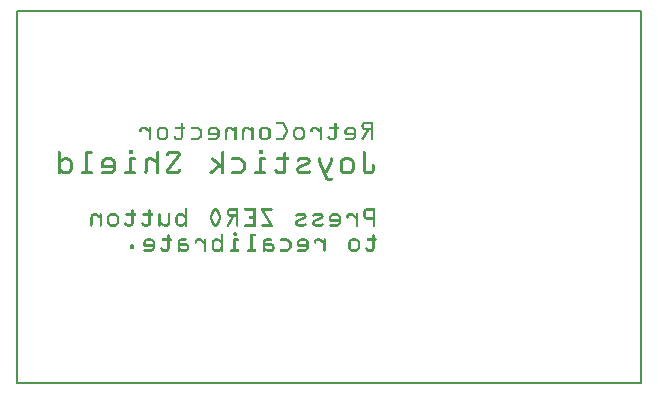
<source format=gbo>
G04 MADE WITH FRITZING*
G04 WWW.FRITZING.ORG*
G04 DOUBLE SIDED*
G04 HOLES PLATED*
G04 CONTOUR ON CENTER OF CONTOUR VECTOR*
%ASAXBY*%
%FSLAX23Y23*%
%MOIN*%
%OFA0B0*%
%SFA1.0B1.0*%
%ADD10R,2.089000X1.251020X2.073000X1.235020*%
%ADD11C,0.008000*%
%ADD12R,0.001000X0.001000*%
%LNSILK0*%
G90*
G70*
G54D11*
X4Y1247D02*
X2085Y1247D01*
X2085Y4D01*
X4Y4D01*
X4Y1247D01*
D02*
G54D12*
X873Y876D02*
X886Y876D01*
X1165Y876D02*
X1191Y876D01*
X870Y875D02*
X891Y875D01*
X1160Y875D02*
X1191Y875D01*
X869Y874D02*
X893Y874D01*
X1159Y874D02*
X1191Y874D01*
X869Y873D02*
X894Y873D01*
X1157Y873D02*
X1191Y873D01*
X552Y872D02*
X556Y872D01*
X869Y872D02*
X895Y872D01*
X1065Y872D02*
X1068Y872D01*
X1156Y872D02*
X1191Y872D01*
X551Y871D02*
X557Y871D01*
X869Y871D02*
X896Y871D01*
X1064Y871D02*
X1069Y871D01*
X1155Y871D02*
X1191Y871D01*
X551Y870D02*
X557Y870D01*
X869Y870D02*
X897Y870D01*
X1063Y870D02*
X1069Y870D01*
X1155Y870D02*
X1191Y870D01*
X550Y869D02*
X557Y869D01*
X870Y869D02*
X897Y869D01*
X1063Y869D02*
X1070Y869D01*
X1154Y869D02*
X1191Y869D01*
X550Y868D02*
X557Y868D01*
X888Y868D02*
X898Y868D01*
X1063Y868D02*
X1070Y868D01*
X1154Y868D02*
X1164Y868D01*
X1184Y868D02*
X1191Y868D01*
X550Y867D02*
X557Y867D01*
X890Y867D02*
X898Y867D01*
X1063Y867D02*
X1070Y867D01*
X1154Y867D02*
X1162Y867D01*
X1184Y867D02*
X1191Y867D01*
X550Y866D02*
X557Y866D01*
X891Y866D02*
X899Y866D01*
X1063Y866D02*
X1070Y866D01*
X1153Y866D02*
X1161Y866D01*
X1184Y866D02*
X1191Y866D01*
X550Y865D02*
X557Y865D01*
X891Y865D02*
X899Y865D01*
X1063Y865D02*
X1070Y865D01*
X1153Y865D02*
X1160Y865D01*
X1184Y865D02*
X1191Y865D01*
X550Y864D02*
X557Y864D01*
X892Y864D02*
X900Y864D01*
X1063Y864D02*
X1070Y864D01*
X1153Y864D02*
X1160Y864D01*
X1184Y864D02*
X1191Y864D01*
X550Y863D02*
X557Y863D01*
X892Y863D02*
X900Y863D01*
X1063Y863D02*
X1070Y863D01*
X1153Y863D02*
X1160Y863D01*
X1184Y863D02*
X1191Y863D01*
X550Y862D02*
X557Y862D01*
X893Y862D02*
X901Y862D01*
X1063Y862D02*
X1070Y862D01*
X1153Y862D02*
X1160Y862D01*
X1184Y862D02*
X1191Y862D01*
X550Y861D02*
X557Y861D01*
X893Y861D02*
X901Y861D01*
X1063Y861D02*
X1070Y861D01*
X1153Y861D02*
X1160Y861D01*
X1184Y861D02*
X1191Y861D01*
X550Y860D02*
X557Y860D01*
X894Y860D02*
X902Y860D01*
X1063Y860D02*
X1070Y860D01*
X1153Y860D02*
X1160Y860D01*
X1184Y860D02*
X1191Y860D01*
X422Y859D02*
X433Y859D01*
X447Y859D02*
X449Y859D01*
X482Y859D02*
X496Y859D01*
X533Y859D02*
X563Y859D01*
X586Y859D02*
X606Y859D01*
X653Y859D02*
X667Y859D01*
X708Y859D02*
X717Y859D01*
X732Y859D02*
X733Y859D01*
X765Y859D02*
X774Y859D01*
X788Y859D02*
X790Y859D01*
X824Y859D02*
X838Y859D01*
X894Y859D02*
X902Y859D01*
X938Y859D02*
X952Y859D01*
X992Y859D02*
X1003Y859D01*
X1016Y859D02*
X1018Y859D01*
X1046Y859D02*
X1075Y859D01*
X1108Y859D02*
X1122Y859D01*
X1153Y859D02*
X1160Y859D01*
X1184Y859D02*
X1191Y859D01*
X420Y858D02*
X435Y858D01*
X446Y858D02*
X450Y858D01*
X479Y858D02*
X499Y858D01*
X532Y858D02*
X564Y858D01*
X585Y858D02*
X609Y858D01*
X650Y858D02*
X670Y858D01*
X705Y858D02*
X719Y858D01*
X730Y858D02*
X735Y858D01*
X762Y858D02*
X776Y858D01*
X787Y858D02*
X792Y858D01*
X821Y858D02*
X841Y858D01*
X895Y858D02*
X903Y858D01*
X935Y858D02*
X954Y858D01*
X989Y858D02*
X1004Y858D01*
X1015Y858D02*
X1019Y858D01*
X1044Y858D02*
X1076Y858D01*
X1106Y858D02*
X1125Y858D01*
X1153Y858D02*
X1161Y858D01*
X1184Y858D02*
X1191Y858D01*
X418Y857D02*
X436Y857D01*
X445Y857D02*
X451Y857D01*
X478Y857D02*
X501Y857D01*
X531Y857D02*
X565Y857D01*
X584Y857D02*
X611Y857D01*
X649Y857D02*
X671Y857D01*
X704Y857D02*
X721Y857D01*
X729Y857D02*
X736Y857D01*
X761Y857D02*
X778Y857D01*
X786Y857D02*
X792Y857D01*
X819Y857D02*
X842Y857D01*
X895Y857D02*
X903Y857D01*
X933Y857D02*
X956Y857D01*
X987Y857D02*
X1005Y857D01*
X1014Y857D02*
X1020Y857D01*
X1044Y857D02*
X1077Y857D01*
X1104Y857D02*
X1127Y857D01*
X1154Y857D02*
X1162Y857D01*
X1184Y857D02*
X1191Y857D01*
X417Y856D02*
X437Y856D01*
X445Y856D02*
X451Y856D01*
X477Y856D02*
X502Y856D01*
X531Y856D02*
X565Y856D01*
X584Y856D02*
X612Y856D01*
X647Y856D02*
X673Y856D01*
X702Y856D02*
X723Y856D01*
X729Y856D02*
X736Y856D01*
X759Y856D02*
X780Y856D01*
X786Y856D02*
X793Y856D01*
X818Y856D02*
X843Y856D01*
X896Y856D02*
X904Y856D01*
X932Y856D02*
X957Y856D01*
X986Y856D02*
X1006Y856D01*
X1014Y856D02*
X1020Y856D01*
X1043Y856D02*
X1077Y856D01*
X1103Y856D02*
X1128Y856D01*
X1154Y856D02*
X1164Y856D01*
X1184Y856D02*
X1191Y856D01*
X416Y855D02*
X438Y855D01*
X444Y855D02*
X451Y855D01*
X475Y855D02*
X503Y855D01*
X531Y855D02*
X565Y855D01*
X584Y855D02*
X613Y855D01*
X646Y855D02*
X674Y855D01*
X702Y855D02*
X724Y855D01*
X729Y855D02*
X736Y855D01*
X758Y855D02*
X781Y855D01*
X786Y855D02*
X793Y855D01*
X817Y855D02*
X845Y855D01*
X896Y855D02*
X904Y855D01*
X931Y855D02*
X958Y855D01*
X985Y855D02*
X1008Y855D01*
X1014Y855D02*
X1021Y855D01*
X1043Y855D02*
X1077Y855D01*
X1101Y855D02*
X1129Y855D01*
X1154Y855D02*
X1191Y855D01*
X415Y854D02*
X439Y854D01*
X444Y854D02*
X451Y854D01*
X474Y854D02*
X504Y854D01*
X531Y854D02*
X565Y854D01*
X584Y854D02*
X614Y854D01*
X645Y854D02*
X675Y854D01*
X701Y854D02*
X726Y854D01*
X729Y854D02*
X736Y854D01*
X758Y854D02*
X783Y854D01*
X786Y854D02*
X793Y854D01*
X816Y854D02*
X846Y854D01*
X897Y854D02*
X905Y854D01*
X930Y854D02*
X960Y854D01*
X984Y854D02*
X1009Y854D01*
X1014Y854D02*
X1021Y854D01*
X1044Y854D02*
X1077Y854D01*
X1100Y854D02*
X1130Y854D01*
X1155Y854D02*
X1191Y854D01*
X415Y853D02*
X441Y853D01*
X444Y853D02*
X451Y853D01*
X473Y853D02*
X505Y853D01*
X532Y853D02*
X564Y853D01*
X585Y853D02*
X615Y853D01*
X644Y853D02*
X676Y853D01*
X700Y853D02*
X727Y853D01*
X729Y853D02*
X736Y853D01*
X757Y853D02*
X784Y853D01*
X786Y853D02*
X793Y853D01*
X815Y853D02*
X847Y853D01*
X897Y853D02*
X905Y853D01*
X929Y853D02*
X961Y853D01*
X984Y853D02*
X1010Y853D01*
X1014Y853D02*
X1021Y853D01*
X1044Y853D02*
X1077Y853D01*
X1099Y853D02*
X1131Y853D01*
X1155Y853D02*
X1191Y853D01*
X414Y852D02*
X442Y852D01*
X444Y852D02*
X451Y852D01*
X472Y852D02*
X506Y852D01*
X533Y852D02*
X563Y852D01*
X586Y852D02*
X617Y852D01*
X643Y852D02*
X677Y852D01*
X700Y852D02*
X736Y852D01*
X757Y852D02*
X793Y852D01*
X814Y852D02*
X847Y852D01*
X898Y852D02*
X905Y852D01*
X928Y852D02*
X961Y852D01*
X983Y852D02*
X1011Y852D01*
X1014Y852D02*
X1021Y852D01*
X1045Y852D02*
X1076Y852D01*
X1099Y852D02*
X1132Y852D01*
X1156Y852D02*
X1191Y852D01*
X414Y851D02*
X422Y851D01*
X432Y851D02*
X451Y851D01*
X472Y851D02*
X482Y851D01*
X496Y851D02*
X507Y851D01*
X550Y851D02*
X557Y851D01*
X606Y851D02*
X618Y851D01*
X642Y851D02*
X653Y851D01*
X667Y851D02*
X677Y851D01*
X699Y851D02*
X708Y851D01*
X717Y851D02*
X736Y851D01*
X756Y851D02*
X765Y851D01*
X774Y851D02*
X793Y851D01*
X813Y851D02*
X824Y851D01*
X838Y851D02*
X848Y851D01*
X898Y851D02*
X906Y851D01*
X927Y851D02*
X937Y851D01*
X952Y851D02*
X962Y851D01*
X983Y851D02*
X992Y851D01*
X1001Y851D02*
X1021Y851D01*
X1063Y851D02*
X1070Y851D01*
X1098Y851D02*
X1108Y851D01*
X1122Y851D02*
X1133Y851D01*
X1157Y851D02*
X1191Y851D01*
X413Y850D02*
X421Y850D01*
X433Y850D02*
X451Y850D01*
X471Y850D02*
X480Y850D01*
X498Y850D02*
X507Y850D01*
X550Y850D02*
X557Y850D01*
X608Y850D02*
X619Y850D01*
X642Y850D02*
X651Y850D01*
X668Y850D02*
X678Y850D01*
X699Y850D02*
X707Y850D01*
X718Y850D02*
X736Y850D01*
X756Y850D02*
X764Y850D01*
X775Y850D02*
X793Y850D01*
X813Y850D02*
X822Y850D01*
X839Y850D02*
X849Y850D01*
X899Y850D02*
X906Y850D01*
X927Y850D02*
X936Y850D01*
X953Y850D02*
X962Y850D01*
X983Y850D02*
X990Y850D01*
X1002Y850D02*
X1021Y850D01*
X1063Y850D02*
X1070Y850D01*
X1097Y850D02*
X1107Y850D01*
X1124Y850D02*
X1133Y850D01*
X1159Y850D02*
X1191Y850D01*
X413Y849D02*
X420Y849D01*
X434Y849D02*
X451Y849D01*
X471Y849D02*
X479Y849D01*
X499Y849D02*
X507Y849D01*
X550Y849D02*
X557Y849D01*
X609Y849D02*
X620Y849D01*
X642Y849D02*
X650Y849D01*
X670Y849D02*
X678Y849D01*
X699Y849D02*
X706Y849D01*
X720Y849D02*
X736Y849D01*
X756Y849D02*
X763Y849D01*
X777Y849D02*
X793Y849D01*
X812Y849D02*
X821Y849D01*
X840Y849D02*
X849Y849D01*
X899Y849D02*
X906Y849D01*
X926Y849D02*
X935Y849D01*
X954Y849D02*
X963Y849D01*
X983Y849D02*
X990Y849D01*
X1003Y849D02*
X1021Y849D01*
X1063Y849D02*
X1070Y849D01*
X1097Y849D02*
X1105Y849D01*
X1125Y849D02*
X1134Y849D01*
X1160Y849D02*
X1191Y849D01*
X413Y848D02*
X420Y848D01*
X435Y848D02*
X451Y848D01*
X470Y848D02*
X478Y848D01*
X500Y848D02*
X508Y848D01*
X550Y848D02*
X557Y848D01*
X610Y848D02*
X620Y848D01*
X641Y848D02*
X649Y848D01*
X671Y848D02*
X679Y848D01*
X699Y848D02*
X706Y848D01*
X721Y848D02*
X736Y848D01*
X756Y848D02*
X763Y848D01*
X778Y848D02*
X793Y848D01*
X812Y848D02*
X820Y848D01*
X841Y848D02*
X849Y848D01*
X899Y848D02*
X907Y848D01*
X926Y848D02*
X934Y848D01*
X955Y848D02*
X963Y848D01*
X982Y848D02*
X989Y848D01*
X1004Y848D02*
X1021Y848D01*
X1063Y848D02*
X1070Y848D01*
X1097Y848D02*
X1105Y848D01*
X1126Y848D02*
X1134Y848D01*
X1165Y848D02*
X1191Y848D01*
X413Y847D02*
X420Y847D01*
X436Y847D02*
X451Y847D01*
X470Y847D02*
X478Y847D01*
X501Y847D02*
X508Y847D01*
X550Y847D02*
X557Y847D01*
X611Y847D02*
X621Y847D01*
X641Y847D02*
X648Y847D01*
X672Y847D02*
X679Y847D01*
X699Y847D02*
X706Y847D01*
X723Y847D02*
X736Y847D01*
X756Y847D02*
X763Y847D01*
X780Y847D02*
X793Y847D01*
X812Y847D02*
X819Y847D01*
X842Y847D02*
X850Y847D01*
X900Y847D02*
X907Y847D01*
X926Y847D02*
X933Y847D01*
X956Y847D02*
X963Y847D01*
X982Y847D02*
X989Y847D01*
X1006Y847D02*
X1021Y847D01*
X1063Y847D02*
X1070Y847D01*
X1096Y847D02*
X1104Y847D01*
X1127Y847D02*
X1134Y847D01*
X1169Y847D02*
X1177Y847D01*
X1184Y847D02*
X1191Y847D01*
X413Y846D02*
X420Y846D01*
X438Y846D02*
X451Y846D01*
X470Y846D02*
X477Y846D01*
X501Y846D02*
X508Y846D01*
X550Y846D02*
X557Y846D01*
X612Y846D02*
X621Y846D01*
X641Y846D02*
X648Y846D01*
X672Y846D02*
X679Y846D01*
X699Y846D02*
X706Y846D01*
X725Y846D02*
X736Y846D01*
X756Y846D02*
X763Y846D01*
X781Y846D02*
X793Y846D01*
X812Y846D02*
X819Y846D01*
X843Y846D02*
X850Y846D01*
X900Y846D02*
X907Y846D01*
X926Y846D02*
X933Y846D01*
X957Y846D02*
X964Y846D01*
X982Y846D02*
X989Y846D01*
X1007Y846D02*
X1021Y846D01*
X1063Y846D02*
X1070Y846D01*
X1096Y846D02*
X1103Y846D01*
X1127Y846D02*
X1134Y846D01*
X1169Y846D02*
X1177Y846D01*
X1184Y846D02*
X1191Y846D01*
X413Y845D02*
X420Y845D01*
X439Y845D02*
X451Y845D01*
X470Y845D02*
X477Y845D01*
X501Y845D02*
X508Y845D01*
X550Y845D02*
X557Y845D01*
X613Y845D02*
X622Y845D01*
X641Y845D02*
X648Y845D01*
X672Y845D02*
X679Y845D01*
X699Y845D02*
X706Y845D01*
X726Y845D02*
X736Y845D01*
X756Y845D02*
X763Y845D01*
X783Y845D02*
X793Y845D01*
X812Y845D02*
X819Y845D01*
X843Y845D02*
X850Y845D01*
X900Y845D02*
X907Y845D01*
X925Y845D02*
X932Y845D01*
X957Y845D02*
X964Y845D01*
X982Y845D02*
X989Y845D01*
X1008Y845D02*
X1021Y845D01*
X1063Y845D02*
X1070Y845D01*
X1096Y845D02*
X1103Y845D01*
X1127Y845D02*
X1134Y845D01*
X1168Y845D02*
X1176Y845D01*
X1184Y845D02*
X1191Y845D01*
X413Y844D02*
X420Y844D01*
X440Y844D02*
X451Y844D01*
X470Y844D02*
X477Y844D01*
X501Y844D02*
X508Y844D01*
X550Y844D02*
X557Y844D01*
X614Y844D02*
X622Y844D01*
X641Y844D02*
X648Y844D01*
X672Y844D02*
X679Y844D01*
X699Y844D02*
X706Y844D01*
X728Y844D02*
X736Y844D01*
X756Y844D02*
X763Y844D01*
X785Y844D02*
X793Y844D01*
X812Y844D02*
X819Y844D01*
X843Y844D02*
X850Y844D01*
X900Y844D02*
X907Y844D01*
X925Y844D02*
X932Y844D01*
X957Y844D02*
X964Y844D01*
X983Y844D02*
X989Y844D01*
X1009Y844D02*
X1021Y844D01*
X1063Y844D02*
X1070Y844D01*
X1096Y844D02*
X1103Y844D01*
X1127Y844D02*
X1134Y844D01*
X1167Y844D02*
X1176Y844D01*
X1184Y844D02*
X1191Y844D01*
X414Y843D02*
X419Y843D01*
X441Y843D02*
X451Y843D01*
X470Y843D02*
X477Y843D01*
X501Y843D02*
X508Y843D01*
X550Y843D02*
X557Y843D01*
X615Y843D02*
X622Y843D01*
X641Y843D02*
X648Y843D01*
X672Y843D02*
X679Y843D01*
X699Y843D02*
X706Y843D01*
X729Y843D02*
X736Y843D01*
X756Y843D02*
X762Y843D01*
X786Y843D02*
X793Y843D01*
X812Y843D02*
X819Y843D01*
X843Y843D02*
X850Y843D01*
X900Y843D02*
X907Y843D01*
X925Y843D02*
X932Y843D01*
X957Y843D02*
X964Y843D01*
X983Y843D02*
X989Y843D01*
X1010Y843D02*
X1021Y843D01*
X1063Y843D02*
X1070Y843D01*
X1096Y843D02*
X1103Y843D01*
X1127Y843D02*
X1134Y843D01*
X1167Y843D02*
X1175Y843D01*
X1184Y843D02*
X1191Y843D01*
X415Y842D02*
X418Y842D01*
X442Y842D02*
X451Y842D01*
X470Y842D02*
X477Y842D01*
X501Y842D02*
X508Y842D01*
X550Y842D02*
X557Y842D01*
X615Y842D02*
X622Y842D01*
X641Y842D02*
X648Y842D01*
X672Y842D02*
X679Y842D01*
X699Y842D02*
X706Y842D01*
X729Y842D02*
X736Y842D01*
X756Y842D02*
X762Y842D01*
X786Y842D02*
X793Y842D01*
X812Y842D02*
X819Y842D01*
X843Y842D02*
X850Y842D01*
X899Y842D02*
X906Y842D01*
X925Y842D02*
X932Y842D01*
X957Y842D02*
X964Y842D01*
X984Y842D02*
X987Y842D01*
X1011Y842D02*
X1021Y842D01*
X1063Y842D02*
X1070Y842D01*
X1096Y842D02*
X1103Y842D01*
X1127Y842D02*
X1134Y842D01*
X1166Y842D02*
X1174Y842D01*
X1184Y842D02*
X1191Y842D01*
X443Y841D02*
X451Y841D01*
X470Y841D02*
X477Y841D01*
X501Y841D02*
X508Y841D01*
X550Y841D02*
X557Y841D01*
X615Y841D02*
X622Y841D01*
X641Y841D02*
X648Y841D01*
X672Y841D02*
X679Y841D01*
X699Y841D02*
X705Y841D01*
X729Y841D02*
X736Y841D01*
X755Y841D02*
X762Y841D01*
X786Y841D02*
X793Y841D01*
X812Y841D02*
X819Y841D01*
X843Y841D02*
X850Y841D01*
X899Y841D02*
X906Y841D01*
X925Y841D02*
X932Y841D01*
X957Y841D02*
X964Y841D01*
X1013Y841D02*
X1021Y841D01*
X1063Y841D02*
X1070Y841D01*
X1096Y841D02*
X1103Y841D01*
X1127Y841D02*
X1134Y841D01*
X1166Y841D02*
X1174Y841D01*
X1184Y841D02*
X1191Y841D01*
X444Y840D02*
X451Y840D01*
X470Y840D02*
X477Y840D01*
X501Y840D02*
X508Y840D01*
X550Y840D02*
X557Y840D01*
X615Y840D02*
X622Y840D01*
X641Y840D02*
X648Y840D01*
X672Y840D02*
X679Y840D01*
X699Y840D02*
X705Y840D01*
X729Y840D02*
X736Y840D01*
X755Y840D02*
X762Y840D01*
X786Y840D02*
X793Y840D01*
X812Y840D02*
X819Y840D01*
X843Y840D02*
X850Y840D01*
X898Y840D02*
X906Y840D01*
X925Y840D02*
X932Y840D01*
X957Y840D02*
X964Y840D01*
X1014Y840D02*
X1021Y840D01*
X1063Y840D02*
X1070Y840D01*
X1096Y840D02*
X1103Y840D01*
X1127Y840D02*
X1134Y840D01*
X1165Y840D02*
X1173Y840D01*
X1184Y840D02*
X1191Y840D01*
X444Y839D02*
X451Y839D01*
X470Y839D02*
X477Y839D01*
X501Y839D02*
X508Y839D01*
X550Y839D02*
X557Y839D01*
X615Y839D02*
X622Y839D01*
X641Y839D02*
X679Y839D01*
X698Y839D02*
X705Y839D01*
X729Y839D02*
X736Y839D01*
X755Y839D02*
X762Y839D01*
X786Y839D02*
X793Y839D01*
X812Y839D02*
X819Y839D01*
X843Y839D02*
X850Y839D01*
X898Y839D02*
X905Y839D01*
X925Y839D02*
X932Y839D01*
X957Y839D02*
X964Y839D01*
X1014Y839D02*
X1021Y839D01*
X1063Y839D02*
X1070Y839D01*
X1096Y839D02*
X1134Y839D01*
X1164Y839D02*
X1173Y839D01*
X1184Y839D02*
X1191Y839D01*
X444Y838D02*
X451Y838D01*
X470Y838D02*
X477Y838D01*
X501Y838D02*
X508Y838D01*
X550Y838D02*
X557Y838D01*
X615Y838D02*
X622Y838D01*
X641Y838D02*
X679Y838D01*
X698Y838D02*
X705Y838D01*
X729Y838D02*
X736Y838D01*
X755Y838D02*
X762Y838D01*
X786Y838D02*
X793Y838D01*
X812Y838D02*
X819Y838D01*
X843Y838D02*
X850Y838D01*
X897Y838D02*
X905Y838D01*
X925Y838D02*
X932Y838D01*
X957Y838D02*
X964Y838D01*
X1014Y838D02*
X1021Y838D01*
X1063Y838D02*
X1070Y838D01*
X1096Y838D02*
X1134Y838D01*
X1164Y838D02*
X1172Y838D01*
X1184Y838D02*
X1191Y838D01*
X444Y837D02*
X451Y837D01*
X470Y837D02*
X477Y837D01*
X501Y837D02*
X508Y837D01*
X550Y837D02*
X557Y837D01*
X615Y837D02*
X622Y837D01*
X641Y837D02*
X679Y837D01*
X698Y837D02*
X705Y837D01*
X729Y837D02*
X736Y837D01*
X755Y837D02*
X762Y837D01*
X786Y837D02*
X793Y837D01*
X812Y837D02*
X819Y837D01*
X843Y837D02*
X850Y837D01*
X897Y837D02*
X905Y837D01*
X925Y837D02*
X932Y837D01*
X957Y837D02*
X964Y837D01*
X1014Y837D02*
X1021Y837D01*
X1063Y837D02*
X1070Y837D01*
X1096Y837D02*
X1134Y837D01*
X1163Y837D02*
X1172Y837D01*
X1184Y837D02*
X1191Y837D01*
X444Y836D02*
X451Y836D01*
X470Y836D02*
X477Y836D01*
X501Y836D02*
X508Y836D01*
X550Y836D02*
X557Y836D01*
X615Y836D02*
X622Y836D01*
X641Y836D02*
X679Y836D01*
X698Y836D02*
X705Y836D01*
X729Y836D02*
X736Y836D01*
X755Y836D02*
X762Y836D01*
X786Y836D02*
X793Y836D01*
X812Y836D02*
X819Y836D01*
X843Y836D02*
X850Y836D01*
X896Y836D02*
X904Y836D01*
X925Y836D02*
X932Y836D01*
X957Y836D02*
X964Y836D01*
X1014Y836D02*
X1021Y836D01*
X1063Y836D02*
X1070Y836D01*
X1096Y836D02*
X1134Y836D01*
X1163Y836D02*
X1171Y836D01*
X1184Y836D02*
X1191Y836D01*
X444Y835D02*
X451Y835D01*
X470Y835D02*
X477Y835D01*
X501Y835D02*
X508Y835D01*
X550Y835D02*
X557Y835D01*
X615Y835D02*
X622Y835D01*
X641Y835D02*
X679Y835D01*
X698Y835D02*
X705Y835D01*
X729Y835D02*
X736Y835D01*
X755Y835D02*
X762Y835D01*
X786Y835D02*
X793Y835D01*
X812Y835D02*
X819Y835D01*
X843Y835D02*
X850Y835D01*
X896Y835D02*
X904Y835D01*
X925Y835D02*
X932Y835D01*
X957Y835D02*
X964Y835D01*
X1014Y835D02*
X1021Y835D01*
X1063Y835D02*
X1070Y835D01*
X1096Y835D02*
X1134Y835D01*
X1162Y835D02*
X1170Y835D01*
X1184Y835D02*
X1191Y835D01*
X444Y834D02*
X451Y834D01*
X470Y834D02*
X477Y834D01*
X501Y834D02*
X508Y834D01*
X550Y834D02*
X557Y834D01*
X615Y834D02*
X622Y834D01*
X641Y834D02*
X679Y834D01*
X698Y834D02*
X705Y834D01*
X729Y834D02*
X736Y834D01*
X755Y834D02*
X762Y834D01*
X786Y834D02*
X793Y834D01*
X812Y834D02*
X819Y834D01*
X843Y834D02*
X850Y834D01*
X895Y834D02*
X903Y834D01*
X925Y834D02*
X932Y834D01*
X957Y834D02*
X964Y834D01*
X1014Y834D02*
X1021Y834D01*
X1063Y834D02*
X1070Y834D01*
X1097Y834D02*
X1134Y834D01*
X1162Y834D02*
X1170Y834D01*
X1184Y834D02*
X1191Y834D01*
X444Y833D02*
X451Y833D01*
X470Y833D02*
X477Y833D01*
X501Y833D02*
X508Y833D01*
X550Y833D02*
X557Y833D01*
X615Y833D02*
X622Y833D01*
X642Y833D02*
X679Y833D01*
X698Y833D02*
X705Y833D01*
X729Y833D02*
X736Y833D01*
X755Y833D02*
X762Y833D01*
X786Y833D02*
X793Y833D01*
X812Y833D02*
X819Y833D01*
X843Y833D02*
X850Y833D01*
X895Y833D02*
X903Y833D01*
X925Y833D02*
X932Y833D01*
X957Y833D02*
X964Y833D01*
X1014Y833D02*
X1021Y833D01*
X1063Y833D02*
X1070Y833D01*
X1097Y833D02*
X1134Y833D01*
X1161Y833D02*
X1169Y833D01*
X1184Y833D02*
X1191Y833D01*
X444Y832D02*
X451Y832D01*
X470Y832D02*
X477Y832D01*
X501Y832D02*
X508Y832D01*
X550Y832D02*
X557Y832D01*
X615Y832D02*
X622Y832D01*
X643Y832D02*
X679Y832D01*
X698Y832D02*
X705Y832D01*
X729Y832D02*
X736Y832D01*
X755Y832D02*
X762Y832D01*
X786Y832D02*
X793Y832D01*
X812Y832D02*
X819Y832D01*
X843Y832D02*
X850Y832D01*
X894Y832D02*
X902Y832D01*
X925Y832D02*
X932Y832D01*
X957Y832D02*
X964Y832D01*
X1014Y832D02*
X1021Y832D01*
X1063Y832D02*
X1070Y832D01*
X1098Y832D02*
X1134Y832D01*
X1160Y832D02*
X1169Y832D01*
X1184Y832D02*
X1191Y832D01*
X444Y831D02*
X451Y831D01*
X470Y831D02*
X477Y831D01*
X501Y831D02*
X508Y831D01*
X550Y831D02*
X557Y831D01*
X615Y831D02*
X622Y831D01*
X672Y831D02*
X679Y831D01*
X698Y831D02*
X705Y831D01*
X729Y831D02*
X736Y831D01*
X755Y831D02*
X762Y831D01*
X786Y831D02*
X793Y831D01*
X812Y831D02*
X819Y831D01*
X843Y831D02*
X850Y831D01*
X894Y831D02*
X902Y831D01*
X925Y831D02*
X932Y831D01*
X957Y831D02*
X964Y831D01*
X1014Y831D02*
X1021Y831D01*
X1063Y831D02*
X1070Y831D01*
X1127Y831D02*
X1134Y831D01*
X1160Y831D02*
X1168Y831D01*
X1184Y831D02*
X1191Y831D01*
X444Y830D02*
X451Y830D01*
X470Y830D02*
X477Y830D01*
X501Y830D02*
X508Y830D01*
X550Y830D02*
X557Y830D01*
X614Y830D02*
X622Y830D01*
X672Y830D02*
X679Y830D01*
X698Y830D02*
X705Y830D01*
X729Y830D02*
X736Y830D01*
X755Y830D02*
X762Y830D01*
X786Y830D02*
X793Y830D01*
X812Y830D02*
X819Y830D01*
X843Y830D02*
X850Y830D01*
X893Y830D02*
X901Y830D01*
X925Y830D02*
X932Y830D01*
X957Y830D02*
X964Y830D01*
X1014Y830D02*
X1021Y830D01*
X1063Y830D02*
X1070Y830D01*
X1127Y830D02*
X1134Y830D01*
X1159Y830D02*
X1167Y830D01*
X1184Y830D02*
X1191Y830D01*
X444Y829D02*
X451Y829D01*
X470Y829D02*
X477Y829D01*
X501Y829D02*
X508Y829D01*
X530Y829D02*
X531Y829D01*
X550Y829D02*
X557Y829D01*
X614Y829D02*
X622Y829D01*
X672Y829D02*
X679Y829D01*
X698Y829D02*
X705Y829D01*
X729Y829D02*
X736Y829D01*
X755Y829D02*
X762Y829D01*
X786Y829D02*
X793Y829D01*
X812Y829D02*
X819Y829D01*
X843Y829D02*
X850Y829D01*
X893Y829D02*
X901Y829D01*
X925Y829D02*
X932Y829D01*
X957Y829D02*
X964Y829D01*
X1014Y829D02*
X1021Y829D01*
X1042Y829D02*
X1044Y829D01*
X1063Y829D02*
X1070Y829D01*
X1127Y829D02*
X1134Y829D01*
X1159Y829D02*
X1167Y829D01*
X1184Y829D02*
X1191Y829D01*
X444Y828D02*
X451Y828D01*
X470Y828D02*
X477Y828D01*
X501Y828D02*
X508Y828D01*
X528Y828D02*
X533Y828D01*
X550Y828D02*
X557Y828D01*
X612Y828D02*
X621Y828D01*
X672Y828D02*
X679Y828D01*
X698Y828D02*
X705Y828D01*
X729Y828D02*
X736Y828D01*
X755Y828D02*
X762Y828D01*
X786Y828D02*
X793Y828D01*
X812Y828D02*
X819Y828D01*
X843Y828D02*
X850Y828D01*
X892Y828D02*
X900Y828D01*
X926Y828D02*
X933Y828D01*
X957Y828D02*
X964Y828D01*
X1014Y828D02*
X1021Y828D01*
X1041Y828D02*
X1045Y828D01*
X1063Y828D02*
X1070Y828D01*
X1127Y828D02*
X1134Y828D01*
X1158Y828D02*
X1166Y828D01*
X1184Y828D02*
X1191Y828D01*
X444Y827D02*
X451Y827D01*
X470Y827D02*
X478Y827D01*
X501Y827D02*
X508Y827D01*
X527Y827D02*
X533Y827D01*
X550Y827D02*
X557Y827D01*
X611Y827D02*
X621Y827D01*
X672Y827D02*
X679Y827D01*
X698Y827D02*
X705Y827D01*
X729Y827D02*
X736Y827D01*
X755Y827D02*
X762Y827D01*
X786Y827D02*
X793Y827D01*
X812Y827D02*
X819Y827D01*
X842Y827D02*
X850Y827D01*
X892Y827D02*
X900Y827D01*
X926Y827D02*
X933Y827D01*
X956Y827D02*
X963Y827D01*
X1014Y827D02*
X1021Y827D01*
X1040Y827D02*
X1046Y827D01*
X1063Y827D02*
X1070Y827D01*
X1127Y827D02*
X1134Y827D01*
X1157Y827D02*
X1166Y827D01*
X1184Y827D02*
X1191Y827D01*
X444Y826D02*
X451Y826D01*
X470Y826D02*
X478Y826D01*
X500Y826D02*
X508Y826D01*
X527Y826D02*
X534Y826D01*
X550Y826D02*
X557Y826D01*
X610Y826D02*
X620Y826D01*
X671Y826D02*
X679Y826D01*
X698Y826D02*
X705Y826D01*
X729Y826D02*
X736Y826D01*
X755Y826D02*
X762Y826D01*
X786Y826D02*
X793Y826D01*
X812Y826D02*
X820Y826D01*
X842Y826D02*
X849Y826D01*
X891Y826D02*
X899Y826D01*
X926Y826D02*
X934Y826D01*
X955Y826D02*
X963Y826D01*
X1014Y826D02*
X1021Y826D01*
X1039Y826D02*
X1046Y826D01*
X1063Y826D02*
X1070Y826D01*
X1126Y826D02*
X1134Y826D01*
X1157Y826D02*
X1165Y826D01*
X1184Y826D02*
X1191Y826D01*
X444Y825D02*
X451Y825D01*
X471Y825D02*
X479Y825D01*
X499Y825D02*
X508Y825D01*
X527Y825D02*
X534Y825D01*
X550Y825D02*
X557Y825D01*
X609Y825D02*
X620Y825D01*
X670Y825D02*
X678Y825D01*
X698Y825D02*
X705Y825D01*
X729Y825D02*
X736Y825D01*
X755Y825D02*
X762Y825D01*
X786Y825D02*
X793Y825D01*
X812Y825D02*
X821Y825D01*
X841Y825D02*
X849Y825D01*
X891Y825D02*
X899Y825D01*
X926Y825D02*
X935Y825D01*
X954Y825D02*
X963Y825D01*
X1014Y825D02*
X1021Y825D01*
X1039Y825D02*
X1047Y825D01*
X1062Y825D02*
X1070Y825D01*
X1125Y825D02*
X1134Y825D01*
X1156Y825D02*
X1165Y825D01*
X1184Y825D02*
X1191Y825D01*
X444Y824D02*
X451Y824D01*
X471Y824D02*
X481Y824D01*
X498Y824D02*
X507Y824D01*
X527Y824D02*
X535Y824D01*
X550Y824D02*
X557Y824D01*
X608Y824D02*
X619Y824D01*
X669Y824D02*
X678Y824D01*
X698Y824D02*
X705Y824D01*
X729Y824D02*
X736Y824D01*
X755Y824D02*
X762Y824D01*
X786Y824D02*
X793Y824D01*
X813Y824D02*
X822Y824D01*
X839Y824D02*
X849Y824D01*
X890Y824D02*
X898Y824D01*
X927Y824D02*
X936Y824D01*
X953Y824D02*
X963Y824D01*
X1014Y824D02*
X1021Y824D01*
X1039Y824D02*
X1047Y824D01*
X1062Y824D02*
X1069Y824D01*
X1124Y824D02*
X1133Y824D01*
X1156Y824D02*
X1164Y824D01*
X1184Y824D02*
X1191Y824D01*
X444Y823D02*
X451Y823D01*
X472Y823D02*
X482Y823D01*
X496Y823D02*
X507Y823D01*
X527Y823D02*
X536Y823D01*
X548Y823D02*
X557Y823D01*
X606Y823D02*
X618Y823D01*
X667Y823D02*
X678Y823D01*
X698Y823D02*
X705Y823D01*
X729Y823D02*
X736Y823D01*
X755Y823D02*
X762Y823D01*
X786Y823D02*
X793Y823D01*
X813Y823D02*
X824Y823D01*
X838Y823D02*
X848Y823D01*
X889Y823D02*
X898Y823D01*
X927Y823D02*
X937Y823D01*
X952Y823D02*
X962Y823D01*
X1014Y823D02*
X1021Y823D01*
X1040Y823D02*
X1048Y823D01*
X1061Y823D02*
X1069Y823D01*
X1122Y823D02*
X1133Y823D01*
X1155Y823D02*
X1163Y823D01*
X1184Y823D02*
X1191Y823D01*
X444Y822D02*
X451Y822D01*
X472Y822D02*
X506Y822D01*
X528Y822D02*
X557Y822D01*
X586Y822D02*
X617Y822D01*
X643Y822D02*
X677Y822D01*
X698Y822D02*
X705Y822D01*
X729Y822D02*
X736Y822D01*
X755Y822D02*
X762Y822D01*
X786Y822D02*
X793Y822D01*
X814Y822D02*
X848Y822D01*
X871Y822D02*
X897Y822D01*
X928Y822D02*
X962Y822D01*
X1014Y822D02*
X1021Y822D01*
X1040Y822D02*
X1069Y822D01*
X1098Y822D02*
X1132Y822D01*
X1155Y822D02*
X1163Y822D01*
X1184Y822D02*
X1191Y822D01*
X444Y821D02*
X451Y821D01*
X473Y821D02*
X505Y821D01*
X528Y821D02*
X556Y821D01*
X585Y821D02*
X615Y821D01*
X642Y821D02*
X676Y821D01*
X698Y821D02*
X705Y821D01*
X729Y821D02*
X736Y821D01*
X755Y821D02*
X762Y821D01*
X786Y821D02*
X793Y821D01*
X815Y821D02*
X847Y821D01*
X869Y821D02*
X897Y821D01*
X929Y821D02*
X961Y821D01*
X1014Y821D02*
X1021Y821D01*
X1041Y821D02*
X1068Y821D01*
X1097Y821D02*
X1131Y821D01*
X1154Y821D02*
X1162Y821D01*
X1184Y821D02*
X1191Y821D01*
X444Y820D02*
X451Y820D01*
X474Y820D02*
X504Y820D01*
X529Y820D02*
X555Y820D01*
X584Y820D02*
X614Y820D01*
X641Y820D02*
X675Y820D01*
X698Y820D02*
X705Y820D01*
X729Y820D02*
X736Y820D01*
X755Y820D02*
X762Y820D01*
X786Y820D02*
X793Y820D01*
X816Y820D02*
X846Y820D01*
X869Y820D02*
X896Y820D01*
X930Y820D02*
X960Y820D01*
X1014Y820D02*
X1021Y820D01*
X1041Y820D02*
X1068Y820D01*
X1097Y820D02*
X1130Y820D01*
X1153Y820D02*
X1162Y820D01*
X1184Y820D02*
X1191Y820D01*
X444Y819D02*
X451Y819D01*
X475Y819D02*
X503Y819D01*
X530Y819D02*
X555Y819D01*
X584Y819D02*
X613Y819D01*
X641Y819D02*
X674Y819D01*
X698Y819D02*
X705Y819D01*
X729Y819D02*
X736Y819D01*
X755Y819D02*
X762Y819D01*
X786Y819D02*
X793Y819D01*
X817Y819D02*
X845Y819D01*
X869Y819D02*
X895Y819D01*
X931Y819D02*
X959Y819D01*
X1014Y819D02*
X1021Y819D01*
X1042Y819D02*
X1067Y819D01*
X1096Y819D02*
X1129Y819D01*
X1153Y819D02*
X1161Y819D01*
X1184Y819D02*
X1191Y819D01*
X444Y818D02*
X451Y818D01*
X476Y818D02*
X502Y818D01*
X531Y818D02*
X554Y818D01*
X584Y818D02*
X612Y818D01*
X641Y818D02*
X673Y818D01*
X698Y818D02*
X705Y818D01*
X729Y818D02*
X736Y818D01*
X755Y818D02*
X762Y818D01*
X786Y818D02*
X793Y818D01*
X818Y818D02*
X844Y818D01*
X869Y818D02*
X894Y818D01*
X932Y818D02*
X957Y818D01*
X1014Y818D02*
X1020Y818D01*
X1043Y818D02*
X1066Y818D01*
X1096Y818D02*
X1128Y818D01*
X1153Y818D02*
X1160Y818D01*
X1185Y818D02*
X1191Y818D01*
X445Y817D02*
X451Y817D01*
X478Y817D02*
X501Y817D01*
X532Y817D02*
X553Y817D01*
X584Y817D02*
X611Y817D01*
X641Y817D02*
X672Y817D01*
X698Y817D02*
X704Y817D01*
X729Y817D02*
X736Y817D01*
X755Y817D02*
X761Y817D01*
X786Y817D02*
X793Y817D01*
X819Y817D02*
X842Y817D01*
X869Y817D02*
X893Y817D01*
X933Y817D02*
X956Y817D01*
X1014Y817D02*
X1020Y817D01*
X1044Y817D02*
X1065Y817D01*
X1097Y817D02*
X1127Y817D01*
X1154Y817D02*
X1160Y817D01*
X1185Y817D02*
X1191Y817D01*
X445Y816D02*
X450Y816D01*
X479Y816D02*
X499Y816D01*
X533Y816D02*
X551Y816D01*
X585Y816D02*
X609Y816D01*
X642Y816D02*
X670Y816D01*
X699Y816D02*
X704Y816D01*
X730Y816D02*
X735Y816D01*
X756Y816D02*
X761Y816D01*
X787Y816D02*
X792Y816D01*
X821Y816D02*
X841Y816D01*
X870Y816D02*
X891Y816D01*
X935Y816D02*
X954Y816D01*
X1015Y816D02*
X1020Y816D01*
X1046Y816D02*
X1063Y816D01*
X1097Y816D02*
X1125Y816D01*
X1154Y816D02*
X1159Y816D01*
X1185Y816D02*
X1190Y816D01*
X447Y815D02*
X449Y815D01*
X482Y815D02*
X496Y815D01*
X536Y815D02*
X549Y815D01*
X586Y815D02*
X607Y815D01*
X643Y815D02*
X667Y815D01*
X700Y815D02*
X702Y815D01*
X731Y815D02*
X734Y815D01*
X757Y815D02*
X759Y815D01*
X788Y815D02*
X791Y815D01*
X823Y815D02*
X838Y815D01*
X871Y815D02*
X889Y815D01*
X937Y815D02*
X952Y815D01*
X1016Y815D02*
X1018Y815D01*
X1048Y815D02*
X1061Y815D01*
X1099Y815D02*
X1123Y815D01*
X1156Y815D02*
X1158Y815D01*
X1187Y815D02*
X1189Y815D01*
X379Y782D02*
X389Y782D01*
X813Y782D02*
X822Y782D01*
X378Y781D02*
X390Y781D01*
X812Y781D02*
X824Y781D01*
X377Y780D02*
X390Y780D01*
X811Y780D02*
X824Y780D01*
X377Y779D02*
X391Y779D01*
X811Y779D02*
X825Y779D01*
X143Y778D02*
X147Y778D01*
X235Y778D02*
X254Y778D01*
X377Y778D02*
X391Y778D01*
X472Y778D02*
X476Y778D01*
X511Y778D02*
X543Y778D01*
X688Y778D02*
X692Y778D01*
X811Y778D02*
X825Y778D01*
X1160Y778D02*
X1164Y778D01*
X141Y777D02*
X148Y777D01*
X234Y777D02*
X255Y777D01*
X377Y777D02*
X391Y777D01*
X470Y777D02*
X477Y777D01*
X509Y777D02*
X545Y777D01*
X687Y777D02*
X694Y777D01*
X811Y777D02*
X825Y777D01*
X1159Y777D02*
X1165Y777D01*
X141Y776D02*
X149Y776D01*
X233Y776D02*
X256Y776D01*
X377Y776D02*
X391Y776D01*
X470Y776D02*
X477Y776D01*
X507Y776D02*
X546Y776D01*
X686Y776D02*
X694Y776D01*
X811Y776D02*
X825Y776D01*
X1158Y776D02*
X1166Y776D01*
X140Y775D02*
X149Y775D01*
X233Y775D02*
X256Y775D01*
X377Y775D02*
X391Y775D01*
X469Y775D02*
X478Y775D01*
X506Y775D02*
X547Y775D01*
X686Y775D02*
X695Y775D01*
X811Y775D02*
X825Y775D01*
X1157Y775D02*
X1166Y775D01*
X140Y774D02*
X149Y774D01*
X232Y774D02*
X256Y774D01*
X377Y774D02*
X391Y774D01*
X469Y774D02*
X478Y774D01*
X505Y774D02*
X548Y774D01*
X686Y774D02*
X695Y774D01*
X811Y774D02*
X825Y774D01*
X896Y774D02*
X899Y774D01*
X1157Y774D02*
X1166Y774D01*
X140Y773D02*
X149Y773D01*
X232Y773D02*
X256Y773D01*
X377Y773D02*
X391Y773D01*
X469Y773D02*
X478Y773D01*
X504Y773D02*
X549Y773D01*
X686Y773D02*
X695Y773D01*
X811Y773D02*
X825Y773D01*
X894Y773D02*
X900Y773D01*
X1157Y773D02*
X1166Y773D01*
X140Y772D02*
X149Y772D01*
X232Y772D02*
X256Y772D01*
X377Y772D02*
X391Y772D01*
X469Y772D02*
X478Y772D01*
X503Y772D02*
X549Y772D01*
X686Y772D02*
X695Y772D01*
X811Y772D02*
X824Y772D01*
X894Y772D02*
X901Y772D01*
X1157Y772D02*
X1166Y772D01*
X140Y771D02*
X149Y771D01*
X232Y771D02*
X255Y771D01*
X378Y771D02*
X390Y771D01*
X469Y771D02*
X478Y771D01*
X503Y771D02*
X550Y771D01*
X686Y771D02*
X695Y771D01*
X812Y771D02*
X824Y771D01*
X893Y771D02*
X902Y771D01*
X1157Y771D02*
X1166Y771D01*
X140Y770D02*
X149Y770D01*
X232Y770D02*
X255Y770D01*
X379Y770D02*
X389Y770D01*
X469Y770D02*
X478Y770D01*
X502Y770D02*
X550Y770D01*
X686Y770D02*
X695Y770D01*
X812Y770D02*
X823Y770D01*
X893Y770D02*
X902Y770D01*
X1157Y770D02*
X1166Y770D01*
X140Y769D02*
X149Y769D01*
X232Y769D02*
X253Y769D01*
X380Y769D02*
X388Y769D01*
X469Y769D02*
X478Y769D01*
X502Y769D02*
X550Y769D01*
X686Y769D02*
X695Y769D01*
X814Y769D02*
X821Y769D01*
X893Y769D02*
X902Y769D01*
X1157Y769D02*
X1166Y769D01*
X140Y768D02*
X149Y768D01*
X232Y768D02*
X241Y768D01*
X469Y768D02*
X478Y768D01*
X502Y768D02*
X512Y768D01*
X541Y768D02*
X550Y768D01*
X686Y768D02*
X695Y768D01*
X893Y768D02*
X902Y768D01*
X1157Y768D02*
X1166Y768D01*
X140Y767D02*
X149Y767D01*
X232Y767D02*
X241Y767D01*
X469Y767D02*
X478Y767D01*
X502Y767D02*
X511Y767D01*
X541Y767D02*
X550Y767D01*
X686Y767D02*
X695Y767D01*
X893Y767D02*
X902Y767D01*
X1157Y767D02*
X1166Y767D01*
X140Y766D02*
X149Y766D01*
X232Y766D02*
X241Y766D01*
X469Y766D02*
X478Y766D01*
X502Y766D02*
X511Y766D01*
X541Y766D02*
X550Y766D01*
X686Y766D02*
X695Y766D01*
X893Y766D02*
X902Y766D01*
X1157Y766D02*
X1166Y766D01*
X140Y765D02*
X149Y765D01*
X232Y765D02*
X241Y765D01*
X469Y765D02*
X478Y765D01*
X502Y765D02*
X511Y765D01*
X540Y765D02*
X550Y765D01*
X686Y765D02*
X695Y765D01*
X893Y765D02*
X902Y765D01*
X1157Y765D02*
X1166Y765D01*
X140Y764D02*
X149Y764D01*
X232Y764D02*
X241Y764D01*
X469Y764D02*
X478Y764D01*
X502Y764D02*
X510Y764D01*
X539Y764D02*
X550Y764D01*
X686Y764D02*
X695Y764D01*
X893Y764D02*
X902Y764D01*
X1157Y764D02*
X1166Y764D01*
X140Y763D02*
X149Y763D01*
X232Y763D02*
X241Y763D01*
X469Y763D02*
X478Y763D01*
X502Y763D02*
X510Y763D01*
X538Y763D02*
X549Y763D01*
X686Y763D02*
X695Y763D01*
X893Y763D02*
X902Y763D01*
X1157Y763D02*
X1166Y763D01*
X140Y762D02*
X149Y762D01*
X232Y762D02*
X241Y762D01*
X469Y762D02*
X478Y762D01*
X503Y762D02*
X509Y762D01*
X537Y762D02*
X549Y762D01*
X686Y762D02*
X695Y762D01*
X893Y762D02*
X902Y762D01*
X1157Y762D02*
X1166Y762D01*
X140Y761D02*
X149Y761D01*
X232Y761D02*
X241Y761D01*
X469Y761D02*
X478Y761D01*
X504Y761D02*
X508Y761D01*
X537Y761D02*
X548Y761D01*
X686Y761D02*
X695Y761D01*
X893Y761D02*
X902Y761D01*
X1157Y761D02*
X1166Y761D01*
X140Y760D02*
X149Y760D01*
X232Y760D02*
X241Y760D01*
X469Y760D02*
X478Y760D01*
X536Y760D02*
X548Y760D01*
X686Y760D02*
X695Y760D01*
X893Y760D02*
X902Y760D01*
X1157Y760D02*
X1166Y760D01*
X140Y759D02*
X149Y759D01*
X232Y759D02*
X241Y759D01*
X469Y759D02*
X478Y759D01*
X535Y759D02*
X547Y759D01*
X686Y759D02*
X695Y759D01*
X893Y759D02*
X902Y759D01*
X1157Y759D02*
X1166Y759D01*
X140Y758D02*
X149Y758D01*
X232Y758D02*
X241Y758D01*
X469Y758D02*
X478Y758D01*
X534Y758D02*
X546Y758D01*
X686Y758D02*
X695Y758D01*
X893Y758D02*
X902Y758D01*
X1157Y758D02*
X1166Y758D01*
X140Y757D02*
X149Y757D01*
X160Y757D02*
X174Y757D01*
X232Y757D02*
X241Y757D01*
X299Y757D02*
X319Y757D01*
X380Y757D02*
X398Y757D01*
X442Y757D02*
X454Y757D01*
X469Y757D02*
X478Y757D01*
X534Y757D02*
X545Y757D01*
X654Y757D02*
X657Y757D01*
X686Y757D02*
X695Y757D01*
X721Y757D02*
X747Y757D01*
X814Y757D02*
X832Y757D01*
X871Y757D02*
X909Y757D01*
X946Y757D02*
X974Y757D01*
X1011Y757D02*
X1014Y757D01*
X1050Y757D02*
X1054Y757D01*
X1095Y757D02*
X1114Y757D01*
X1157Y757D02*
X1166Y757D01*
X140Y756D02*
X149Y756D01*
X157Y756D02*
X177Y756D01*
X232Y756D02*
X241Y756D01*
X297Y756D02*
X321Y756D01*
X378Y756D02*
X399Y756D01*
X439Y756D02*
X457Y756D01*
X469Y756D02*
X478Y756D01*
X533Y756D02*
X545Y756D01*
X653Y756D02*
X659Y756D01*
X686Y756D02*
X695Y756D01*
X720Y756D02*
X750Y756D01*
X812Y756D02*
X833Y756D01*
X870Y756D02*
X910Y756D01*
X943Y756D02*
X976Y756D01*
X1009Y756D02*
X1015Y756D01*
X1049Y756D02*
X1055Y756D01*
X1092Y756D02*
X1117Y756D01*
X1157Y756D02*
X1166Y756D01*
X140Y755D02*
X149Y755D01*
X156Y755D02*
X179Y755D01*
X232Y755D02*
X241Y755D01*
X295Y755D02*
X323Y755D01*
X378Y755D02*
X400Y755D01*
X437Y755D02*
X459Y755D01*
X469Y755D02*
X478Y755D01*
X532Y755D02*
X544Y755D01*
X652Y755D02*
X660Y755D01*
X686Y755D02*
X695Y755D01*
X719Y755D02*
X752Y755D01*
X811Y755D02*
X834Y755D01*
X869Y755D02*
X911Y755D01*
X941Y755D02*
X978Y755D01*
X1008Y755D02*
X1016Y755D01*
X1048Y755D02*
X1056Y755D01*
X1090Y755D02*
X1118Y755D01*
X1157Y755D02*
X1166Y755D01*
X140Y754D02*
X149Y754D01*
X154Y754D02*
X180Y754D01*
X232Y754D02*
X241Y754D01*
X294Y754D02*
X324Y754D01*
X377Y754D02*
X401Y754D01*
X436Y754D02*
X460Y754D01*
X469Y754D02*
X478Y754D01*
X531Y754D02*
X543Y754D01*
X651Y754D02*
X661Y754D01*
X686Y754D02*
X695Y754D01*
X719Y754D02*
X754Y754D01*
X811Y754D02*
X834Y754D01*
X868Y754D02*
X912Y754D01*
X940Y754D02*
X979Y754D01*
X1008Y754D02*
X1017Y754D01*
X1048Y754D02*
X1056Y754D01*
X1089Y754D02*
X1120Y754D01*
X1157Y754D02*
X1166Y754D01*
X140Y753D02*
X149Y753D01*
X153Y753D02*
X181Y753D01*
X232Y753D02*
X241Y753D01*
X292Y753D02*
X326Y753D01*
X377Y753D02*
X401Y753D01*
X435Y753D02*
X462Y753D01*
X469Y753D02*
X478Y753D01*
X530Y753D02*
X542Y753D01*
X651Y753D02*
X662Y753D01*
X686Y753D02*
X695Y753D01*
X719Y753D02*
X755Y753D01*
X811Y753D02*
X835Y753D01*
X868Y753D02*
X912Y753D01*
X939Y753D02*
X980Y753D01*
X1008Y753D02*
X1017Y753D01*
X1047Y753D02*
X1056Y753D01*
X1088Y753D02*
X1121Y753D01*
X1157Y753D02*
X1166Y753D01*
X140Y752D02*
X149Y752D01*
X152Y752D02*
X182Y752D01*
X232Y752D02*
X241Y752D01*
X291Y752D02*
X327Y752D01*
X377Y752D02*
X401Y752D01*
X434Y752D02*
X463Y752D01*
X469Y752D02*
X478Y752D01*
X530Y752D02*
X542Y752D01*
X651Y752D02*
X664Y752D01*
X686Y752D02*
X695Y752D01*
X719Y752D02*
X756Y752D01*
X811Y752D02*
X835Y752D01*
X868Y752D02*
X912Y752D01*
X938Y752D02*
X981Y752D01*
X1008Y752D02*
X1017Y752D01*
X1047Y752D02*
X1056Y752D01*
X1087Y752D02*
X1122Y752D01*
X1157Y752D02*
X1166Y752D01*
X140Y751D02*
X183Y751D01*
X232Y751D02*
X241Y751D01*
X290Y751D02*
X328Y751D01*
X377Y751D02*
X401Y751D01*
X433Y751D02*
X465Y751D01*
X469Y751D02*
X478Y751D01*
X529Y751D02*
X541Y751D01*
X651Y751D02*
X665Y751D01*
X686Y751D02*
X695Y751D01*
X719Y751D02*
X757Y751D01*
X811Y751D02*
X834Y751D01*
X868Y751D02*
X912Y751D01*
X937Y751D02*
X981Y751D01*
X1008Y751D02*
X1017Y751D01*
X1047Y751D02*
X1056Y751D01*
X1085Y751D02*
X1123Y751D01*
X1157Y751D02*
X1166Y751D01*
X140Y750D02*
X184Y750D01*
X232Y750D02*
X241Y750D01*
X289Y750D02*
X329Y750D01*
X377Y750D02*
X400Y750D01*
X433Y750D02*
X466Y750D01*
X469Y750D02*
X478Y750D01*
X528Y750D02*
X540Y750D01*
X652Y750D02*
X666Y750D01*
X686Y750D02*
X695Y750D01*
X719Y750D02*
X758Y750D01*
X811Y750D02*
X834Y750D01*
X869Y750D02*
X911Y750D01*
X937Y750D02*
X982Y750D01*
X1008Y750D02*
X1017Y750D01*
X1047Y750D02*
X1056Y750D01*
X1084Y750D02*
X1124Y750D01*
X1157Y750D02*
X1166Y750D01*
X140Y749D02*
X185Y749D01*
X232Y749D02*
X241Y749D01*
X288Y749D02*
X330Y749D01*
X377Y749D02*
X399Y749D01*
X432Y749D02*
X478Y749D01*
X527Y749D02*
X539Y749D01*
X653Y749D02*
X667Y749D01*
X686Y749D02*
X695Y749D01*
X720Y749D02*
X759Y749D01*
X811Y749D02*
X833Y749D01*
X870Y749D02*
X910Y749D01*
X937Y749D02*
X982Y749D01*
X1008Y749D02*
X1017Y749D01*
X1047Y749D02*
X1056Y749D01*
X1083Y749D02*
X1125Y749D01*
X1157Y749D02*
X1166Y749D01*
X140Y748D02*
X186Y748D01*
X232Y748D02*
X241Y748D01*
X287Y748D02*
X331Y748D01*
X377Y748D02*
X398Y748D01*
X432Y748D02*
X478Y748D01*
X526Y748D02*
X538Y748D01*
X654Y748D02*
X668Y748D01*
X686Y748D02*
X695Y748D01*
X721Y748D02*
X760Y748D01*
X811Y748D02*
X832Y748D01*
X871Y748D02*
X909Y748D01*
X936Y748D02*
X983Y748D01*
X1008Y748D02*
X1017Y748D01*
X1047Y748D02*
X1056Y748D01*
X1083Y748D02*
X1126Y748D01*
X1157Y748D02*
X1166Y748D01*
X140Y747D02*
X161Y747D01*
X173Y747D02*
X187Y747D01*
X232Y747D02*
X241Y747D01*
X287Y747D02*
X300Y747D01*
X318Y747D02*
X331Y747D01*
X377Y747D02*
X386Y747D01*
X431Y747D02*
X443Y747D01*
X453Y747D02*
X478Y747D01*
X526Y747D02*
X538Y747D01*
X655Y747D02*
X669Y747D01*
X686Y747D02*
X695Y747D01*
X747Y747D02*
X762Y747D01*
X811Y747D02*
X820Y747D01*
X893Y747D02*
X902Y747D01*
X937Y747D02*
X947Y747D01*
X973Y747D02*
X983Y747D01*
X1008Y747D02*
X1017Y747D01*
X1047Y747D02*
X1056Y747D01*
X1082Y747D02*
X1096Y747D01*
X1113Y747D02*
X1126Y747D01*
X1157Y747D02*
X1166Y747D01*
X140Y746D02*
X159Y746D01*
X175Y746D02*
X187Y746D01*
X232Y746D02*
X241Y746D01*
X286Y746D02*
X299Y746D01*
X319Y746D02*
X332Y746D01*
X377Y746D02*
X386Y746D01*
X431Y746D02*
X441Y746D01*
X455Y746D02*
X478Y746D01*
X525Y746D02*
X537Y746D01*
X656Y746D02*
X671Y746D01*
X686Y746D02*
X695Y746D01*
X748Y746D02*
X763Y746D01*
X811Y746D02*
X820Y746D01*
X893Y746D02*
X902Y746D01*
X937Y746D02*
X946Y746D01*
X974Y746D02*
X983Y746D01*
X1008Y746D02*
X1017Y746D01*
X1047Y746D02*
X1056Y746D01*
X1081Y746D02*
X1094Y746D01*
X1115Y746D02*
X1127Y746D01*
X1157Y746D02*
X1166Y746D01*
X140Y745D02*
X158Y745D01*
X176Y745D02*
X188Y745D01*
X232Y745D02*
X241Y745D01*
X286Y745D02*
X297Y745D01*
X321Y745D02*
X332Y745D01*
X377Y745D02*
X386Y745D01*
X431Y745D02*
X440Y745D01*
X456Y745D02*
X478Y745D01*
X524Y745D02*
X536Y745D01*
X657Y745D02*
X672Y745D01*
X686Y745D02*
X695Y745D01*
X749Y745D02*
X764Y745D01*
X811Y745D02*
X820Y745D01*
X893Y745D02*
X902Y745D01*
X938Y745D02*
X944Y745D01*
X974Y745D02*
X983Y745D01*
X1008Y745D02*
X1017Y745D01*
X1047Y745D02*
X1056Y745D01*
X1081Y745D02*
X1092Y745D01*
X1116Y745D02*
X1127Y745D01*
X1157Y745D02*
X1166Y745D01*
X140Y744D02*
X157Y744D01*
X177Y744D02*
X188Y744D01*
X232Y744D02*
X241Y744D01*
X285Y744D02*
X296Y744D01*
X322Y744D02*
X333Y744D01*
X377Y744D02*
X386Y744D01*
X431Y744D02*
X440Y744D01*
X458Y744D02*
X478Y744D01*
X523Y744D02*
X535Y744D01*
X658Y744D02*
X673Y744D01*
X686Y744D02*
X695Y744D01*
X750Y744D02*
X764Y744D01*
X811Y744D02*
X820Y744D01*
X893Y744D02*
X902Y744D01*
X939Y744D02*
X943Y744D01*
X974Y744D02*
X983Y744D01*
X1008Y744D02*
X1017Y744D01*
X1047Y744D02*
X1056Y744D01*
X1081Y744D02*
X1091Y744D01*
X1117Y744D02*
X1128Y744D01*
X1157Y744D02*
X1166Y744D01*
X140Y743D02*
X156Y743D01*
X178Y743D02*
X188Y743D01*
X232Y743D02*
X241Y743D01*
X285Y743D02*
X295Y743D01*
X323Y743D02*
X333Y743D01*
X377Y743D02*
X386Y743D01*
X431Y743D02*
X440Y743D01*
X460Y743D02*
X478Y743D01*
X523Y743D02*
X535Y743D01*
X660Y743D02*
X674Y743D01*
X686Y743D02*
X695Y743D01*
X752Y743D02*
X765Y743D01*
X811Y743D02*
X820Y743D01*
X893Y743D02*
X902Y743D01*
X973Y743D02*
X983Y743D01*
X1008Y743D02*
X1018Y743D01*
X1046Y743D02*
X1056Y743D01*
X1080Y743D02*
X1090Y743D01*
X1118Y743D02*
X1128Y743D01*
X1157Y743D02*
X1166Y743D01*
X140Y742D02*
X155Y742D01*
X179Y742D02*
X189Y742D01*
X232Y742D02*
X241Y742D01*
X285Y742D02*
X295Y742D01*
X324Y742D02*
X333Y742D01*
X377Y742D02*
X386Y742D01*
X431Y742D02*
X440Y742D01*
X461Y742D02*
X478Y742D01*
X522Y742D02*
X534Y742D01*
X661Y742D02*
X675Y742D01*
X686Y742D02*
X695Y742D01*
X753Y742D02*
X766Y742D01*
X811Y742D02*
X820Y742D01*
X893Y742D02*
X902Y742D01*
X972Y742D02*
X983Y742D01*
X1008Y742D02*
X1018Y742D01*
X1046Y742D02*
X1056Y742D01*
X1080Y742D02*
X1090Y742D01*
X1119Y742D02*
X1128Y742D01*
X1157Y742D02*
X1166Y742D01*
X140Y741D02*
X153Y741D01*
X179Y741D02*
X189Y741D01*
X232Y741D02*
X241Y741D01*
X285Y741D02*
X294Y741D01*
X324Y741D02*
X333Y741D01*
X377Y741D02*
X386Y741D01*
X430Y741D02*
X440Y741D01*
X463Y741D02*
X478Y741D01*
X521Y741D02*
X533Y741D01*
X662Y741D02*
X676Y741D01*
X686Y741D02*
X695Y741D01*
X754Y741D02*
X766Y741D01*
X811Y741D02*
X820Y741D01*
X893Y741D02*
X902Y741D01*
X970Y741D02*
X982Y741D01*
X1009Y741D02*
X1019Y741D01*
X1046Y741D02*
X1056Y741D01*
X1080Y741D02*
X1089Y741D01*
X1119Y741D02*
X1129Y741D01*
X1157Y741D02*
X1166Y741D01*
X140Y740D02*
X152Y740D01*
X180Y740D02*
X189Y740D01*
X232Y740D02*
X241Y740D01*
X285Y740D02*
X294Y740D01*
X324Y740D02*
X333Y740D01*
X377Y740D02*
X386Y740D01*
X430Y740D02*
X440Y740D01*
X464Y740D02*
X478Y740D01*
X520Y740D02*
X532Y740D01*
X663Y740D02*
X678Y740D01*
X686Y740D02*
X695Y740D01*
X755Y740D02*
X766Y740D01*
X811Y740D02*
X820Y740D01*
X893Y740D02*
X902Y740D01*
X967Y740D02*
X982Y740D01*
X1009Y740D02*
X1019Y740D01*
X1045Y740D02*
X1055Y740D01*
X1080Y740D02*
X1089Y740D01*
X1120Y740D02*
X1129Y740D01*
X1157Y740D02*
X1166Y740D01*
X140Y739D02*
X151Y739D01*
X180Y739D02*
X189Y739D01*
X232Y739D02*
X241Y739D01*
X285Y739D02*
X294Y739D01*
X324Y739D02*
X333Y739D01*
X377Y739D02*
X386Y739D01*
X430Y739D02*
X440Y739D01*
X466Y739D02*
X478Y739D01*
X519Y739D02*
X531Y739D01*
X664Y739D02*
X679Y739D01*
X686Y739D02*
X695Y739D01*
X756Y739D02*
X767Y739D01*
X811Y739D02*
X820Y739D01*
X893Y739D02*
X902Y739D01*
X965Y739D02*
X981Y739D01*
X1009Y739D02*
X1019Y739D01*
X1045Y739D02*
X1055Y739D01*
X1080Y739D02*
X1089Y739D01*
X1120Y739D02*
X1129Y739D01*
X1157Y739D02*
X1166Y739D01*
X140Y738D02*
X150Y738D01*
X180Y738D02*
X189Y738D01*
X232Y738D02*
X241Y738D01*
X285Y738D02*
X294Y738D01*
X324Y738D02*
X333Y738D01*
X377Y738D02*
X386Y738D01*
X430Y738D02*
X439Y738D01*
X467Y738D02*
X478Y738D01*
X519Y738D02*
X531Y738D01*
X665Y738D02*
X680Y738D01*
X686Y738D02*
X695Y738D01*
X757Y738D02*
X767Y738D01*
X811Y738D02*
X820Y738D01*
X893Y738D02*
X902Y738D01*
X963Y738D02*
X981Y738D01*
X1010Y738D02*
X1020Y738D01*
X1044Y738D02*
X1054Y738D01*
X1080Y738D02*
X1089Y738D01*
X1120Y738D02*
X1129Y738D01*
X1157Y738D02*
X1166Y738D01*
X140Y737D02*
X150Y737D01*
X180Y737D02*
X189Y737D01*
X232Y737D02*
X241Y737D01*
X285Y737D02*
X294Y737D01*
X324Y737D02*
X333Y737D01*
X377Y737D02*
X386Y737D01*
X430Y737D02*
X439Y737D01*
X469Y737D02*
X478Y737D01*
X518Y737D02*
X530Y737D01*
X667Y737D02*
X681Y737D01*
X686Y737D02*
X695Y737D01*
X758Y737D02*
X767Y737D01*
X811Y737D02*
X820Y737D01*
X893Y737D02*
X902Y737D01*
X960Y737D02*
X980Y737D01*
X1010Y737D02*
X1020Y737D01*
X1044Y737D02*
X1054Y737D01*
X1080Y737D02*
X1089Y737D01*
X1120Y737D02*
X1129Y737D01*
X1157Y737D02*
X1166Y737D01*
X140Y736D02*
X149Y736D01*
X180Y736D02*
X189Y736D01*
X232Y736D02*
X241Y736D01*
X285Y736D02*
X294Y736D01*
X324Y736D02*
X333Y736D01*
X377Y736D02*
X386Y736D01*
X430Y736D02*
X439Y736D01*
X469Y736D02*
X478Y736D01*
X517Y736D02*
X529Y736D01*
X668Y736D02*
X682Y736D01*
X686Y736D02*
X695Y736D01*
X758Y736D02*
X767Y736D01*
X811Y736D02*
X820Y736D01*
X893Y736D02*
X902Y736D01*
X958Y736D02*
X979Y736D01*
X1011Y736D02*
X1021Y736D01*
X1043Y736D02*
X1053Y736D01*
X1080Y736D02*
X1089Y736D01*
X1120Y736D02*
X1129Y736D01*
X1157Y736D02*
X1166Y736D01*
X1190Y736D02*
X1193Y736D01*
X140Y735D02*
X149Y735D01*
X180Y735D02*
X189Y735D01*
X232Y735D02*
X241Y735D01*
X285Y735D02*
X294Y735D01*
X324Y735D02*
X333Y735D01*
X377Y735D02*
X386Y735D01*
X430Y735D02*
X439Y735D01*
X469Y735D02*
X478Y735D01*
X516Y735D02*
X528Y735D01*
X669Y735D02*
X684Y735D01*
X686Y735D02*
X695Y735D01*
X758Y735D02*
X767Y735D01*
X811Y735D02*
X820Y735D01*
X893Y735D02*
X902Y735D01*
X956Y735D02*
X978Y735D01*
X1011Y735D02*
X1021Y735D01*
X1043Y735D02*
X1053Y735D01*
X1080Y735D02*
X1089Y735D01*
X1120Y735D02*
X1129Y735D01*
X1157Y735D02*
X1166Y735D01*
X1189Y735D02*
X1194Y735D01*
X140Y734D02*
X149Y734D01*
X180Y734D02*
X189Y734D01*
X232Y734D02*
X241Y734D01*
X285Y734D02*
X294Y734D01*
X324Y734D02*
X333Y734D01*
X377Y734D02*
X386Y734D01*
X430Y734D02*
X439Y734D01*
X469Y734D02*
X478Y734D01*
X516Y734D02*
X528Y734D01*
X670Y734D02*
X695Y734D01*
X758Y734D02*
X767Y734D01*
X811Y734D02*
X820Y734D01*
X893Y734D02*
X902Y734D01*
X953Y734D02*
X977Y734D01*
X1012Y734D02*
X1022Y734D01*
X1043Y734D02*
X1053Y734D01*
X1080Y734D02*
X1089Y734D01*
X1120Y734D02*
X1129Y734D01*
X1157Y734D02*
X1166Y734D01*
X1188Y734D02*
X1195Y734D01*
X140Y733D02*
X149Y733D01*
X180Y733D02*
X189Y733D01*
X232Y733D02*
X241Y733D01*
X285Y733D02*
X294Y733D01*
X324Y733D02*
X333Y733D01*
X377Y733D02*
X386Y733D01*
X430Y733D02*
X439Y733D01*
X469Y733D02*
X478Y733D01*
X515Y733D02*
X527Y733D01*
X671Y733D02*
X695Y733D01*
X758Y733D02*
X767Y733D01*
X811Y733D02*
X820Y733D01*
X893Y733D02*
X902Y733D01*
X951Y733D02*
X975Y733D01*
X1012Y733D02*
X1022Y733D01*
X1042Y733D02*
X1052Y733D01*
X1080Y733D02*
X1089Y733D01*
X1120Y733D02*
X1129Y733D01*
X1157Y733D02*
X1166Y733D01*
X1187Y733D02*
X1196Y733D01*
X140Y732D02*
X149Y732D01*
X180Y732D02*
X189Y732D01*
X232Y732D02*
X241Y732D01*
X285Y732D02*
X333Y732D01*
X377Y732D02*
X386Y732D01*
X430Y732D02*
X439Y732D01*
X469Y732D02*
X478Y732D01*
X514Y732D02*
X526Y732D01*
X672Y732D02*
X695Y732D01*
X758Y732D02*
X767Y732D01*
X811Y732D02*
X820Y732D01*
X893Y732D02*
X902Y732D01*
X949Y732D02*
X973Y732D01*
X1012Y732D02*
X1023Y732D01*
X1042Y732D02*
X1052Y732D01*
X1080Y732D02*
X1089Y732D01*
X1120Y732D02*
X1129Y732D01*
X1157Y732D02*
X1166Y732D01*
X1187Y732D02*
X1196Y732D01*
X140Y731D02*
X149Y731D01*
X180Y731D02*
X189Y731D01*
X232Y731D02*
X241Y731D01*
X285Y731D02*
X333Y731D01*
X377Y731D02*
X386Y731D01*
X430Y731D02*
X439Y731D01*
X469Y731D02*
X478Y731D01*
X513Y731D02*
X525Y731D01*
X673Y731D02*
X695Y731D01*
X758Y731D02*
X767Y731D01*
X811Y731D02*
X820Y731D01*
X893Y731D02*
X902Y731D01*
X946Y731D02*
X971Y731D01*
X1013Y731D02*
X1023Y731D01*
X1041Y731D02*
X1051Y731D01*
X1080Y731D02*
X1089Y731D01*
X1120Y731D02*
X1129Y731D01*
X1157Y731D02*
X1166Y731D01*
X1187Y731D02*
X1196Y731D01*
X140Y730D02*
X149Y730D01*
X180Y730D02*
X189Y730D01*
X232Y730D02*
X241Y730D01*
X285Y730D02*
X333Y730D01*
X377Y730D02*
X386Y730D01*
X430Y730D02*
X439Y730D01*
X469Y730D02*
X478Y730D01*
X512Y730D02*
X524Y730D01*
X672Y730D02*
X695Y730D01*
X758Y730D02*
X767Y730D01*
X811Y730D02*
X820Y730D01*
X893Y730D02*
X902Y730D01*
X944Y730D02*
X969Y730D01*
X1013Y730D02*
X1023Y730D01*
X1041Y730D02*
X1051Y730D01*
X1080Y730D02*
X1089Y730D01*
X1120Y730D02*
X1129Y730D01*
X1157Y730D02*
X1166Y730D01*
X1187Y730D02*
X1196Y730D01*
X140Y729D02*
X149Y729D01*
X180Y729D02*
X189Y729D01*
X232Y729D02*
X241Y729D01*
X285Y729D02*
X333Y729D01*
X377Y729D02*
X386Y729D01*
X430Y729D02*
X439Y729D01*
X469Y729D02*
X478Y729D01*
X512Y729D02*
X524Y729D01*
X671Y729D02*
X695Y729D01*
X758Y729D02*
X767Y729D01*
X811Y729D02*
X820Y729D01*
X893Y729D02*
X902Y729D01*
X942Y729D02*
X966Y729D01*
X1014Y729D02*
X1024Y729D01*
X1040Y729D02*
X1050Y729D01*
X1080Y729D02*
X1089Y729D01*
X1120Y729D02*
X1129Y729D01*
X1157Y729D02*
X1166Y729D01*
X1187Y729D02*
X1196Y729D01*
X140Y728D02*
X149Y728D01*
X180Y728D02*
X189Y728D01*
X232Y728D02*
X241Y728D01*
X285Y728D02*
X333Y728D01*
X377Y728D02*
X386Y728D01*
X430Y728D02*
X439Y728D01*
X469Y728D02*
X478Y728D01*
X511Y728D02*
X523Y728D01*
X669Y728D02*
X695Y728D01*
X758Y728D02*
X767Y728D01*
X811Y728D02*
X820Y728D01*
X893Y728D02*
X902Y728D01*
X941Y728D02*
X964Y728D01*
X1014Y728D02*
X1024Y728D01*
X1040Y728D02*
X1050Y728D01*
X1080Y728D02*
X1089Y728D01*
X1120Y728D02*
X1129Y728D01*
X1157Y728D02*
X1166Y728D01*
X1187Y728D02*
X1196Y728D01*
X140Y727D02*
X149Y727D01*
X180Y727D02*
X189Y727D01*
X232Y727D02*
X241Y727D01*
X285Y727D02*
X333Y727D01*
X377Y727D02*
X386Y727D01*
X430Y727D02*
X439Y727D01*
X469Y727D02*
X478Y727D01*
X510Y727D02*
X522Y727D01*
X668Y727D02*
X695Y727D01*
X758Y727D02*
X767Y727D01*
X811Y727D02*
X820Y727D01*
X893Y727D02*
X902Y727D01*
X940Y727D02*
X962Y727D01*
X1015Y727D02*
X1025Y727D01*
X1039Y727D02*
X1049Y727D01*
X1080Y727D02*
X1089Y727D01*
X1120Y727D02*
X1129Y727D01*
X1157Y727D02*
X1166Y727D01*
X1187Y727D02*
X1196Y727D01*
X140Y726D02*
X149Y726D01*
X180Y726D02*
X189Y726D01*
X232Y726D02*
X241Y726D01*
X285Y726D02*
X333Y726D01*
X377Y726D02*
X386Y726D01*
X430Y726D02*
X439Y726D01*
X469Y726D02*
X478Y726D01*
X509Y726D02*
X521Y726D01*
X667Y726D02*
X695Y726D01*
X758Y726D02*
X767Y726D01*
X811Y726D02*
X820Y726D01*
X893Y726D02*
X902Y726D01*
X939Y726D02*
X959Y726D01*
X1015Y726D02*
X1025Y726D01*
X1039Y726D02*
X1049Y726D01*
X1080Y726D02*
X1089Y726D01*
X1120Y726D02*
X1129Y726D01*
X1157Y726D02*
X1166Y726D01*
X1187Y726D02*
X1196Y726D01*
X140Y725D02*
X149Y725D01*
X180Y725D02*
X189Y725D01*
X232Y725D02*
X241Y725D01*
X285Y725D02*
X333Y725D01*
X377Y725D02*
X386Y725D01*
X430Y725D02*
X439Y725D01*
X469Y725D02*
X478Y725D01*
X509Y725D02*
X521Y725D01*
X666Y725D02*
X695Y725D01*
X758Y725D02*
X767Y725D01*
X811Y725D02*
X820Y725D01*
X893Y725D02*
X902Y725D01*
X938Y725D02*
X957Y725D01*
X1016Y725D02*
X1026Y725D01*
X1039Y725D02*
X1049Y725D01*
X1080Y725D02*
X1089Y725D01*
X1120Y725D02*
X1129Y725D01*
X1157Y725D02*
X1166Y725D01*
X1187Y725D02*
X1196Y725D01*
X140Y724D02*
X149Y724D01*
X180Y724D02*
X189Y724D01*
X232Y724D02*
X241Y724D01*
X286Y724D02*
X333Y724D01*
X377Y724D02*
X386Y724D01*
X430Y724D02*
X439Y724D01*
X469Y724D02*
X478Y724D01*
X508Y724D02*
X520Y724D01*
X665Y724D02*
X679Y724D01*
X682Y724D02*
X695Y724D01*
X758Y724D02*
X767Y724D01*
X811Y724D02*
X820Y724D01*
X893Y724D02*
X902Y724D01*
X938Y724D02*
X955Y724D01*
X1016Y724D02*
X1026Y724D01*
X1038Y724D02*
X1048Y724D01*
X1080Y724D02*
X1089Y724D01*
X1120Y724D02*
X1129Y724D01*
X1157Y724D02*
X1166Y724D01*
X1187Y724D02*
X1196Y724D01*
X140Y723D02*
X149Y723D01*
X180Y723D02*
X189Y723D01*
X232Y723D02*
X241Y723D01*
X287Y723D02*
X333Y723D01*
X377Y723D02*
X386Y723D01*
X430Y723D02*
X439Y723D01*
X469Y723D02*
X478Y723D01*
X507Y723D02*
X519Y723D01*
X664Y723D02*
X678Y723D01*
X683Y723D02*
X695Y723D01*
X758Y723D02*
X767Y723D01*
X811Y723D02*
X820Y723D01*
X893Y723D02*
X902Y723D01*
X937Y723D02*
X952Y723D01*
X1016Y723D02*
X1027Y723D01*
X1038Y723D02*
X1048Y723D01*
X1080Y723D02*
X1089Y723D01*
X1120Y723D02*
X1129Y723D01*
X1157Y723D02*
X1166Y723D01*
X1187Y723D02*
X1196Y723D01*
X140Y722D02*
X149Y722D01*
X180Y722D02*
X189Y722D01*
X232Y722D02*
X241Y722D01*
X290Y722D02*
X333Y722D01*
X377Y722D02*
X386Y722D01*
X430Y722D02*
X439Y722D01*
X469Y722D02*
X478Y722D01*
X506Y722D02*
X518Y722D01*
X662Y722D02*
X677Y722D01*
X684Y722D02*
X695Y722D01*
X758Y722D02*
X767Y722D01*
X811Y722D02*
X820Y722D01*
X893Y722D02*
X902Y722D01*
X937Y722D02*
X950Y722D01*
X1017Y722D02*
X1027Y722D01*
X1037Y722D02*
X1047Y722D01*
X1080Y722D02*
X1089Y722D01*
X1120Y722D02*
X1129Y722D01*
X1157Y722D02*
X1166Y722D01*
X1187Y722D02*
X1196Y722D01*
X140Y721D02*
X150Y721D01*
X180Y721D02*
X189Y721D01*
X232Y721D02*
X241Y721D01*
X324Y721D02*
X333Y721D01*
X377Y721D02*
X386Y721D01*
X430Y721D02*
X439Y721D01*
X469Y721D02*
X478Y721D01*
X505Y721D02*
X518Y721D01*
X661Y721D02*
X676Y721D01*
X685Y721D02*
X695Y721D01*
X758Y721D02*
X767Y721D01*
X811Y721D02*
X820Y721D01*
X893Y721D02*
X902Y721D01*
X936Y721D02*
X948Y721D01*
X1017Y721D02*
X1027Y721D01*
X1037Y721D02*
X1047Y721D01*
X1080Y721D02*
X1089Y721D01*
X1120Y721D02*
X1129Y721D01*
X1157Y721D02*
X1166Y721D01*
X1187Y721D02*
X1196Y721D01*
X140Y720D02*
X150Y720D01*
X180Y720D02*
X189Y720D01*
X232Y720D02*
X241Y720D01*
X324Y720D02*
X333Y720D01*
X377Y720D02*
X386Y720D01*
X430Y720D02*
X439Y720D01*
X469Y720D02*
X478Y720D01*
X505Y720D02*
X517Y720D01*
X660Y720D02*
X675Y720D01*
X686Y720D02*
X695Y720D01*
X757Y720D02*
X767Y720D01*
X811Y720D02*
X820Y720D01*
X893Y720D02*
X902Y720D01*
X936Y720D02*
X946Y720D01*
X1018Y720D02*
X1028Y720D01*
X1036Y720D02*
X1046Y720D01*
X1080Y720D02*
X1089Y720D01*
X1120Y720D02*
X1129Y720D01*
X1157Y720D02*
X1166Y720D01*
X1187Y720D02*
X1196Y720D01*
X140Y719D02*
X151Y719D01*
X180Y719D02*
X189Y719D01*
X232Y719D02*
X241Y719D01*
X324Y719D02*
X333Y719D01*
X377Y719D02*
X386Y719D01*
X430Y719D02*
X439Y719D01*
X469Y719D02*
X478Y719D01*
X504Y719D02*
X516Y719D01*
X545Y719D02*
X547Y719D01*
X659Y719D02*
X673Y719D01*
X686Y719D02*
X695Y719D01*
X756Y719D02*
X767Y719D01*
X811Y719D02*
X820Y719D01*
X866Y719D02*
X869Y719D01*
X893Y719D02*
X902Y719D01*
X936Y719D02*
X945Y719D01*
X1018Y719D02*
X1028Y719D01*
X1036Y719D02*
X1046Y719D01*
X1080Y719D02*
X1089Y719D01*
X1120Y719D02*
X1129Y719D01*
X1157Y719D02*
X1166Y719D01*
X1187Y719D02*
X1196Y719D01*
X140Y718D02*
X153Y718D01*
X180Y718D02*
X189Y718D01*
X232Y718D02*
X241Y718D01*
X324Y718D02*
X333Y718D01*
X377Y718D02*
X386Y718D01*
X430Y718D02*
X439Y718D01*
X469Y718D02*
X478Y718D01*
X503Y718D02*
X515Y718D01*
X543Y718D02*
X549Y718D01*
X658Y718D02*
X672Y718D01*
X686Y718D02*
X695Y718D01*
X755Y718D02*
X766Y718D01*
X811Y718D02*
X820Y718D01*
X865Y718D02*
X870Y718D01*
X893Y718D02*
X902Y718D01*
X936Y718D02*
X945Y718D01*
X1019Y718D02*
X1029Y718D01*
X1036Y718D02*
X1045Y718D01*
X1080Y718D02*
X1089Y718D01*
X1120Y718D02*
X1129Y718D01*
X1157Y718D02*
X1166Y718D01*
X1187Y718D02*
X1196Y718D01*
X140Y717D02*
X154Y717D01*
X179Y717D02*
X189Y717D01*
X232Y717D02*
X241Y717D01*
X324Y717D02*
X333Y717D01*
X377Y717D02*
X386Y717D01*
X430Y717D02*
X439Y717D01*
X469Y717D02*
X478Y717D01*
X503Y717D02*
X514Y717D01*
X542Y717D02*
X549Y717D01*
X657Y717D02*
X671Y717D01*
X686Y717D02*
X695Y717D01*
X754Y717D02*
X766Y717D01*
X811Y717D02*
X820Y717D01*
X864Y717D02*
X871Y717D01*
X893Y717D02*
X902Y717D01*
X935Y717D02*
X945Y717D01*
X1019Y717D02*
X1029Y717D01*
X1035Y717D02*
X1045Y717D01*
X1080Y717D02*
X1089Y717D01*
X1119Y717D02*
X1129Y717D01*
X1157Y717D02*
X1166Y717D01*
X1187Y717D02*
X1196Y717D01*
X140Y716D02*
X155Y716D01*
X179Y716D02*
X189Y716D01*
X232Y716D02*
X241Y716D01*
X323Y716D02*
X333Y716D01*
X377Y716D02*
X386Y716D01*
X430Y716D02*
X439Y716D01*
X469Y716D02*
X478Y716D01*
X502Y716D02*
X514Y716D01*
X542Y716D02*
X550Y716D01*
X655Y716D02*
X670Y716D01*
X686Y716D02*
X695Y716D01*
X752Y716D02*
X765Y716D01*
X811Y716D02*
X820Y716D01*
X863Y716D02*
X872Y716D01*
X893Y716D02*
X902Y716D01*
X935Y716D02*
X945Y716D01*
X1019Y716D02*
X1030Y716D01*
X1035Y716D02*
X1045Y716D01*
X1080Y716D02*
X1090Y716D01*
X1119Y716D02*
X1128Y716D01*
X1157Y716D02*
X1166Y716D01*
X1187Y716D02*
X1196Y716D01*
X140Y715D02*
X156Y715D01*
X178Y715D02*
X188Y715D01*
X232Y715D02*
X241Y715D01*
X323Y715D02*
X333Y715D01*
X377Y715D02*
X386Y715D01*
X430Y715D02*
X439Y715D01*
X469Y715D02*
X478Y715D01*
X502Y715D02*
X513Y715D01*
X541Y715D02*
X550Y715D01*
X654Y715D02*
X669Y715D01*
X686Y715D02*
X695Y715D01*
X751Y715D02*
X765Y715D01*
X811Y715D02*
X820Y715D01*
X863Y715D02*
X872Y715D01*
X893Y715D02*
X902Y715D01*
X936Y715D02*
X945Y715D01*
X1020Y715D02*
X1044Y715D01*
X1080Y715D02*
X1091Y715D01*
X1118Y715D02*
X1128Y715D01*
X1157Y715D02*
X1166Y715D01*
X1187Y715D02*
X1196Y715D01*
X140Y714D02*
X157Y714D01*
X177Y714D02*
X188Y714D01*
X232Y714D02*
X241Y714D01*
X321Y714D02*
X333Y714D01*
X377Y714D02*
X386Y714D01*
X430Y714D02*
X439Y714D01*
X469Y714D02*
X478Y714D01*
X502Y714D02*
X512Y714D01*
X541Y714D02*
X550Y714D01*
X653Y714D02*
X668Y714D01*
X686Y714D02*
X695Y714D01*
X750Y714D02*
X764Y714D01*
X811Y714D02*
X820Y714D01*
X863Y714D02*
X873Y714D01*
X892Y714D02*
X902Y714D01*
X936Y714D02*
X945Y714D01*
X977Y714D02*
X982Y714D01*
X1020Y714D02*
X1044Y714D01*
X1081Y714D02*
X1092Y714D01*
X1117Y714D02*
X1128Y714D01*
X1157Y714D02*
X1167Y714D01*
X1187Y714D02*
X1196Y714D01*
X140Y713D02*
X158Y713D01*
X176Y713D02*
X188Y713D01*
X232Y713D02*
X241Y713D01*
X320Y713D02*
X332Y713D01*
X377Y713D02*
X386Y713D01*
X430Y713D02*
X439Y713D01*
X469Y713D02*
X478Y713D01*
X502Y713D02*
X511Y713D01*
X541Y713D02*
X550Y713D01*
X652Y713D02*
X666Y713D01*
X686Y713D02*
X695Y713D01*
X749Y713D02*
X763Y713D01*
X811Y713D02*
X820Y713D01*
X863Y713D02*
X873Y713D01*
X892Y713D02*
X902Y713D01*
X936Y713D02*
X946Y713D01*
X976Y713D02*
X983Y713D01*
X1021Y713D02*
X1043Y713D01*
X1081Y713D02*
X1093Y713D01*
X1116Y713D02*
X1128Y713D01*
X1157Y713D02*
X1167Y713D01*
X1186Y713D02*
X1196Y713D01*
X140Y712D02*
X160Y712D01*
X174Y712D02*
X187Y712D01*
X232Y712D02*
X241Y712D01*
X319Y712D02*
X332Y712D01*
X377Y712D02*
X386Y712D01*
X430Y712D02*
X439Y712D01*
X469Y712D02*
X478Y712D01*
X502Y712D02*
X511Y712D01*
X540Y712D02*
X550Y712D01*
X651Y712D02*
X665Y712D01*
X686Y712D02*
X695Y712D01*
X748Y712D02*
X762Y712D01*
X811Y712D02*
X820Y712D01*
X863Y712D02*
X874Y712D01*
X891Y712D02*
X901Y712D01*
X936Y712D02*
X947Y712D01*
X974Y712D02*
X984Y712D01*
X1021Y712D02*
X1043Y712D01*
X1082Y712D02*
X1094Y712D01*
X1114Y712D02*
X1127Y712D01*
X1158Y712D02*
X1168Y712D01*
X1185Y712D02*
X1196Y712D01*
X140Y711D02*
X162Y711D01*
X172Y711D02*
X187Y711D01*
X232Y711D02*
X242Y711D01*
X317Y711D02*
X331Y711D01*
X377Y711D02*
X386Y711D01*
X430Y711D02*
X439Y711D01*
X469Y711D02*
X478Y711D01*
X502Y711D02*
X512Y711D01*
X539Y711D02*
X550Y711D01*
X650Y711D02*
X664Y711D01*
X686Y711D02*
X695Y711D01*
X745Y711D02*
X761Y711D01*
X810Y711D02*
X820Y711D01*
X864Y711D02*
X876Y711D01*
X889Y711D02*
X901Y711D01*
X936Y711D02*
X949Y711D01*
X972Y711D02*
X984Y711D01*
X1022Y711D02*
X1042Y711D01*
X1082Y711D02*
X1096Y711D01*
X1112Y711D02*
X1127Y711D01*
X1158Y711D02*
X1171Y711D01*
X1183Y711D02*
X1195Y711D01*
X140Y710D02*
X186Y710D01*
X220Y710D02*
X254Y710D01*
X287Y710D02*
X331Y710D01*
X364Y710D02*
X398Y710D01*
X429Y710D02*
X439Y710D01*
X469Y710D02*
X478Y710D01*
X502Y710D02*
X550Y710D01*
X648Y710D02*
X663Y710D01*
X686Y710D02*
X695Y710D01*
X721Y710D02*
X760Y710D01*
X798Y710D02*
X832Y710D01*
X864Y710D02*
X901Y710D01*
X937Y710D02*
X984Y710D01*
X1022Y710D02*
X1042Y710D01*
X1083Y710D02*
X1126Y710D01*
X1158Y710D02*
X1195Y710D01*
X140Y709D02*
X185Y709D01*
X219Y709D02*
X255Y709D01*
X286Y709D02*
X330Y709D01*
X363Y709D02*
X400Y709D01*
X429Y709D02*
X438Y709D01*
X469Y709D02*
X478Y709D01*
X502Y709D02*
X549Y709D01*
X647Y709D02*
X662Y709D01*
X686Y709D02*
X695Y709D01*
X720Y709D02*
X759Y709D01*
X797Y709D02*
X833Y709D01*
X865Y709D02*
X900Y709D01*
X937Y709D02*
X984Y709D01*
X1023Y709D02*
X1042Y709D01*
X1084Y709D02*
X1125Y709D01*
X1159Y709D02*
X1194Y709D01*
X140Y708D02*
X184Y708D01*
X218Y708D02*
X256Y708D01*
X285Y708D02*
X329Y708D01*
X363Y708D02*
X400Y708D01*
X429Y708D02*
X438Y708D01*
X469Y708D02*
X478Y708D01*
X502Y708D02*
X549Y708D01*
X647Y708D02*
X661Y708D01*
X686Y708D02*
X695Y708D01*
X719Y708D02*
X758Y708D01*
X796Y708D02*
X834Y708D01*
X865Y708D02*
X900Y708D01*
X938Y708D02*
X984Y708D01*
X1023Y708D02*
X1041Y708D01*
X1085Y708D02*
X1124Y708D01*
X1159Y708D02*
X1194Y708D01*
X140Y707D02*
X183Y707D01*
X218Y707D02*
X256Y707D01*
X285Y707D02*
X328Y707D01*
X362Y707D02*
X401Y707D01*
X429Y707D02*
X438Y707D01*
X469Y707D02*
X478Y707D01*
X503Y707D02*
X548Y707D01*
X646Y707D02*
X659Y707D01*
X686Y707D02*
X695Y707D01*
X719Y707D02*
X757Y707D01*
X796Y707D02*
X834Y707D01*
X866Y707D02*
X899Y707D01*
X939Y707D02*
X983Y707D01*
X1023Y707D02*
X1041Y707D01*
X1086Y707D02*
X1123Y707D01*
X1160Y707D02*
X1193Y707D01*
X140Y706D02*
X149Y706D01*
X152Y706D02*
X182Y706D01*
X217Y706D02*
X256Y706D01*
X285Y706D02*
X327Y706D01*
X362Y706D02*
X401Y706D01*
X429Y706D02*
X438Y706D01*
X469Y706D02*
X478Y706D01*
X504Y706D02*
X547Y706D01*
X646Y706D02*
X658Y706D01*
X686Y706D02*
X695Y706D01*
X718Y706D02*
X755Y706D01*
X796Y706D02*
X835Y706D01*
X867Y706D02*
X898Y706D01*
X939Y706D02*
X982Y706D01*
X1024Y706D02*
X1040Y706D01*
X1087Y706D02*
X1122Y706D01*
X1161Y706D02*
X1192Y706D01*
X140Y705D02*
X149Y705D01*
X153Y705D02*
X181Y705D01*
X218Y705D02*
X256Y705D01*
X285Y705D02*
X325Y705D01*
X362Y705D02*
X401Y705D01*
X430Y705D02*
X438Y705D01*
X469Y705D02*
X478Y705D01*
X504Y705D02*
X547Y705D01*
X646Y705D02*
X657Y705D01*
X686Y705D02*
X695Y705D01*
X719Y705D02*
X754Y705D01*
X796Y705D02*
X834Y705D01*
X868Y705D02*
X897Y705D01*
X940Y705D02*
X981Y705D01*
X1024Y705D02*
X1037Y705D01*
X1088Y705D02*
X1121Y705D01*
X1162Y705D02*
X1191Y705D01*
X140Y704D02*
X149Y704D01*
X154Y704D02*
X180Y704D01*
X218Y704D02*
X256Y704D01*
X285Y704D02*
X324Y704D01*
X362Y704D02*
X400Y704D01*
X430Y704D02*
X438Y704D01*
X469Y704D02*
X478Y704D01*
X505Y704D02*
X545Y704D01*
X647Y704D02*
X656Y704D01*
X686Y704D02*
X695Y704D01*
X719Y704D02*
X753Y704D01*
X796Y704D02*
X834Y704D01*
X869Y704D02*
X896Y704D01*
X941Y704D02*
X979Y704D01*
X1025Y704D02*
X1035Y704D01*
X1089Y704D02*
X1119Y704D01*
X1163Y704D02*
X1190Y704D01*
X141Y703D02*
X148Y703D01*
X156Y703D02*
X178Y703D01*
X218Y703D02*
X255Y703D01*
X286Y703D02*
X323Y703D01*
X363Y703D02*
X400Y703D01*
X430Y703D02*
X437Y703D01*
X470Y703D02*
X477Y703D01*
X506Y703D02*
X544Y703D01*
X647Y703D02*
X655Y703D01*
X687Y703D02*
X694Y703D01*
X719Y703D02*
X752Y703D01*
X797Y703D02*
X834Y703D01*
X870Y703D02*
X895Y703D01*
X943Y703D02*
X978Y703D01*
X1025Y703D02*
X1035Y703D01*
X1091Y703D02*
X1118Y703D01*
X1165Y703D02*
X1189Y703D01*
X142Y702D02*
X147Y702D01*
X158Y702D02*
X176Y702D01*
X219Y702D02*
X254Y702D01*
X287Y702D02*
X321Y702D01*
X364Y702D02*
X399Y702D01*
X431Y702D02*
X437Y702D01*
X471Y702D02*
X476Y702D01*
X508Y702D02*
X542Y702D01*
X648Y702D02*
X654Y702D01*
X688Y702D02*
X693Y702D01*
X720Y702D02*
X750Y702D01*
X798Y702D02*
X833Y702D01*
X872Y702D02*
X893Y702D01*
X945Y702D02*
X975Y702D01*
X1026Y702D02*
X1036Y702D01*
X1093Y702D02*
X1116Y702D01*
X1166Y702D02*
X1187Y702D01*
X144Y701D02*
X145Y701D01*
X161Y701D02*
X173Y701D01*
X221Y701D02*
X252Y701D01*
X288Y701D02*
X318Y701D01*
X366Y701D02*
X397Y701D01*
X433Y701D02*
X435Y701D01*
X473Y701D02*
X474Y701D01*
X511Y701D02*
X539Y701D01*
X650Y701D02*
X652Y701D01*
X690Y701D02*
X691Y701D01*
X722Y701D02*
X746Y701D01*
X800Y701D02*
X831Y701D01*
X875Y701D02*
X890Y701D01*
X948Y701D02*
X971Y701D01*
X1026Y701D02*
X1036Y701D01*
X1096Y701D02*
X1112Y701D01*
X1170Y701D02*
X1184Y701D01*
X1026Y700D02*
X1037Y700D01*
X1027Y699D02*
X1037Y699D01*
X1027Y698D02*
X1037Y698D01*
X1028Y697D02*
X1038Y697D01*
X1028Y696D02*
X1038Y696D01*
X1029Y695D02*
X1039Y695D01*
X1029Y694D02*
X1039Y694D01*
X1030Y693D02*
X1040Y693D01*
X1030Y692D02*
X1040Y692D01*
X1030Y691D02*
X1041Y691D01*
X1031Y690D02*
X1041Y690D01*
X1031Y689D02*
X1054Y689D01*
X1032Y688D02*
X1055Y688D01*
X1032Y687D02*
X1056Y687D01*
X1033Y686D02*
X1056Y686D01*
X1033Y685D02*
X1056Y685D01*
X1033Y684D02*
X1056Y684D01*
X1034Y683D02*
X1056Y683D01*
X1034Y682D02*
X1056Y682D01*
X1035Y681D02*
X1055Y681D01*
X1037Y680D02*
X1053Y680D01*
X566Y587D02*
X570Y587D01*
X663Y587D02*
X669Y587D01*
X712Y587D02*
X742Y587D01*
X763Y587D02*
X799Y587D01*
X818Y587D02*
X854Y587D01*
X1167Y587D02*
X1198Y587D01*
X565Y586D02*
X571Y586D01*
X661Y586D02*
X671Y586D01*
X710Y586D02*
X742Y586D01*
X762Y586D02*
X799Y586D01*
X818Y586D02*
X855Y586D01*
X1165Y586D02*
X1198Y586D01*
X565Y585D02*
X571Y585D01*
X660Y585D02*
X672Y585D01*
X708Y585D02*
X742Y585D01*
X761Y585D02*
X799Y585D01*
X818Y585D02*
X856Y585D01*
X1164Y585D02*
X1198Y585D01*
X388Y584D02*
X391Y584D01*
X445Y584D02*
X447Y584D01*
X564Y584D02*
X571Y584D01*
X659Y584D02*
X674Y584D01*
X707Y584D02*
X742Y584D01*
X761Y584D02*
X799Y584D01*
X818Y584D02*
X856Y584D01*
X1163Y584D02*
X1198Y584D01*
X387Y583D02*
X392Y583D01*
X444Y583D02*
X449Y583D01*
X564Y583D02*
X571Y583D01*
X658Y583D02*
X674Y583D01*
X706Y583D02*
X742Y583D01*
X761Y583D02*
X799Y583D01*
X818Y583D02*
X856Y583D01*
X1162Y583D02*
X1198Y583D01*
X386Y582D02*
X392Y582D01*
X443Y582D02*
X449Y582D01*
X564Y582D02*
X571Y582D01*
X657Y582D02*
X675Y582D01*
X706Y582D02*
X742Y582D01*
X761Y582D02*
X799Y582D01*
X818Y582D02*
X856Y582D01*
X1161Y582D02*
X1198Y582D01*
X386Y581D02*
X393Y581D01*
X443Y581D02*
X450Y581D01*
X564Y581D02*
X571Y581D01*
X657Y581D02*
X675Y581D01*
X705Y581D02*
X742Y581D01*
X762Y581D02*
X799Y581D01*
X819Y581D02*
X855Y581D01*
X1161Y581D02*
X1198Y581D01*
X386Y580D02*
X393Y580D01*
X443Y580D02*
X450Y580D01*
X564Y580D02*
X571Y580D01*
X656Y580D02*
X676Y580D01*
X705Y580D02*
X742Y580D01*
X764Y580D02*
X799Y580D01*
X819Y580D02*
X853Y580D01*
X1160Y580D02*
X1198Y580D01*
X386Y579D02*
X393Y579D01*
X443Y579D02*
X450Y579D01*
X564Y579D02*
X571Y579D01*
X656Y579D02*
X664Y579D01*
X668Y579D02*
X676Y579D01*
X704Y579D02*
X713Y579D01*
X735Y579D02*
X742Y579D01*
X792Y579D02*
X799Y579D01*
X820Y579D02*
X828Y579D01*
X1160Y579D02*
X1168Y579D01*
X1191Y579D02*
X1198Y579D01*
X386Y578D02*
X393Y578D01*
X443Y578D02*
X450Y578D01*
X564Y578D02*
X571Y578D01*
X655Y578D02*
X663Y578D01*
X669Y578D02*
X677Y578D01*
X704Y578D02*
X712Y578D01*
X735Y578D02*
X742Y578D01*
X792Y578D02*
X799Y578D01*
X821Y578D02*
X829Y578D01*
X1160Y578D02*
X1167Y578D01*
X1191Y578D02*
X1198Y578D01*
X386Y577D02*
X393Y577D01*
X443Y577D02*
X450Y577D01*
X564Y577D02*
X571Y577D01*
X655Y577D02*
X663Y577D01*
X669Y577D02*
X677Y577D01*
X704Y577D02*
X711Y577D01*
X735Y577D02*
X742Y577D01*
X792Y577D02*
X799Y577D01*
X821Y577D02*
X829Y577D01*
X1159Y577D02*
X1167Y577D01*
X1191Y577D02*
X1198Y577D01*
X386Y576D02*
X393Y576D01*
X443Y576D02*
X450Y576D01*
X564Y576D02*
X571Y576D01*
X654Y576D02*
X662Y576D01*
X670Y576D02*
X678Y576D01*
X704Y576D02*
X711Y576D01*
X735Y576D02*
X742Y576D01*
X792Y576D02*
X799Y576D01*
X822Y576D02*
X830Y576D01*
X1159Y576D02*
X1166Y576D01*
X1191Y576D02*
X1198Y576D01*
X386Y575D02*
X393Y575D01*
X443Y575D02*
X450Y575D01*
X564Y575D02*
X571Y575D01*
X654Y575D02*
X662Y575D01*
X670Y575D02*
X678Y575D01*
X704Y575D02*
X711Y575D01*
X735Y575D02*
X742Y575D01*
X792Y575D02*
X799Y575D01*
X822Y575D02*
X831Y575D01*
X1159Y575D02*
X1166Y575D01*
X1191Y575D02*
X1198Y575D01*
X386Y574D02*
X393Y574D01*
X443Y574D02*
X450Y574D01*
X564Y574D02*
X571Y574D01*
X653Y574D02*
X661Y574D01*
X671Y574D02*
X679Y574D01*
X704Y574D02*
X711Y574D01*
X735Y574D02*
X742Y574D01*
X792Y574D02*
X799Y574D01*
X823Y574D02*
X831Y574D01*
X1159Y574D02*
X1166Y574D01*
X1191Y574D02*
X1198Y574D01*
X386Y573D02*
X393Y573D01*
X443Y573D02*
X450Y573D01*
X564Y573D02*
X571Y573D01*
X653Y573D02*
X661Y573D01*
X671Y573D02*
X679Y573D01*
X704Y573D02*
X711Y573D01*
X735Y573D02*
X742Y573D01*
X792Y573D02*
X799Y573D01*
X823Y573D02*
X832Y573D01*
X1159Y573D02*
X1166Y573D01*
X1191Y573D02*
X1198Y573D01*
X386Y572D02*
X393Y572D01*
X443Y572D02*
X450Y572D01*
X564Y572D02*
X571Y572D01*
X652Y572D02*
X660Y572D01*
X672Y572D02*
X680Y572D01*
X704Y572D02*
X711Y572D01*
X735Y572D02*
X742Y572D01*
X792Y572D02*
X799Y572D01*
X824Y572D02*
X832Y572D01*
X1159Y572D02*
X1166Y572D01*
X1191Y572D02*
X1198Y572D01*
X261Y571D02*
X265Y571D01*
X320Y571D02*
X329Y571D01*
X370Y571D02*
X397Y571D01*
X427Y571D02*
X454Y571D01*
X547Y571D02*
X553Y571D01*
X564Y571D02*
X571Y571D01*
X652Y571D02*
X660Y571D01*
X672Y571D02*
X680Y571D01*
X704Y571D02*
X711Y571D01*
X735Y571D02*
X742Y571D01*
X792Y571D02*
X799Y571D01*
X825Y571D02*
X833Y571D01*
X943Y571D02*
X959Y571D01*
X1000Y571D02*
X1016Y571D01*
X1060Y571D02*
X1069Y571D01*
X1114Y571D02*
X1121Y571D01*
X1159Y571D02*
X1166Y571D01*
X1191Y571D02*
X1198Y571D01*
X257Y570D02*
X269Y570D01*
X281Y570D02*
X285Y570D01*
X315Y570D02*
X334Y570D01*
X368Y570D02*
X399Y570D01*
X425Y570D02*
X456Y570D01*
X478Y570D02*
X482Y570D01*
X509Y570D02*
X513Y570D01*
X543Y570D02*
X557Y570D01*
X564Y570D02*
X571Y570D01*
X651Y570D02*
X659Y570D01*
X673Y570D02*
X681Y570D01*
X704Y570D02*
X711Y570D01*
X735Y570D02*
X742Y570D01*
X792Y570D02*
X799Y570D01*
X825Y570D02*
X833Y570D01*
X938Y570D02*
X963Y570D01*
X995Y570D02*
X1020Y570D01*
X1055Y570D02*
X1074Y570D01*
X1109Y570D02*
X1124Y570D01*
X1135Y570D02*
X1139Y570D01*
X1159Y570D02*
X1166Y570D01*
X1191Y570D02*
X1198Y570D01*
X255Y569D02*
X271Y569D01*
X280Y569D02*
X286Y569D01*
X314Y569D02*
X336Y569D01*
X367Y569D02*
X400Y569D01*
X424Y569D02*
X457Y569D01*
X477Y569D02*
X483Y569D01*
X508Y569D02*
X514Y569D01*
X541Y569D02*
X559Y569D01*
X564Y569D02*
X571Y569D01*
X651Y569D02*
X659Y569D01*
X673Y569D02*
X681Y569D01*
X704Y569D02*
X712Y569D01*
X735Y569D02*
X742Y569D01*
X792Y569D02*
X799Y569D01*
X826Y569D02*
X834Y569D01*
X936Y569D02*
X965Y569D01*
X993Y569D02*
X1022Y569D01*
X1054Y569D02*
X1076Y569D01*
X1108Y569D02*
X1125Y569D01*
X1134Y569D02*
X1140Y569D01*
X1159Y569D02*
X1166Y569D01*
X1191Y569D02*
X1198Y569D01*
X253Y568D02*
X273Y568D01*
X280Y568D02*
X287Y568D01*
X312Y568D02*
X337Y568D01*
X367Y568D02*
X400Y568D01*
X423Y568D02*
X457Y568D01*
X476Y568D02*
X483Y568D01*
X508Y568D02*
X514Y568D01*
X540Y568D02*
X561Y568D01*
X564Y568D02*
X571Y568D01*
X650Y568D02*
X658Y568D01*
X674Y568D02*
X682Y568D01*
X705Y568D02*
X713Y568D01*
X735Y568D02*
X742Y568D01*
X792Y568D02*
X799Y568D01*
X826Y568D02*
X835Y568D01*
X935Y568D02*
X966Y568D01*
X992Y568D02*
X1023Y568D01*
X1052Y568D02*
X1077Y568D01*
X1106Y568D02*
X1126Y568D01*
X1134Y568D02*
X1140Y568D01*
X1159Y568D02*
X1166Y568D01*
X1191Y568D02*
X1198Y568D01*
X253Y567D02*
X275Y567D01*
X280Y567D02*
X287Y567D01*
X311Y567D02*
X338Y567D01*
X366Y567D02*
X401Y567D01*
X423Y567D02*
X457Y567D01*
X476Y567D02*
X483Y567D01*
X508Y567D02*
X514Y567D01*
X539Y567D02*
X562Y567D01*
X564Y567D02*
X571Y567D01*
X650Y567D02*
X658Y567D01*
X674Y567D02*
X682Y567D01*
X705Y567D02*
X742Y567D01*
X792Y567D02*
X799Y567D01*
X827Y567D02*
X835Y567D01*
X934Y567D02*
X967Y567D01*
X991Y567D02*
X1024Y567D01*
X1051Y567D02*
X1078Y567D01*
X1105Y567D02*
X1127Y567D01*
X1134Y567D02*
X1141Y567D01*
X1159Y567D02*
X1166Y567D01*
X1191Y567D02*
X1198Y567D01*
X252Y566D02*
X276Y566D01*
X280Y566D02*
X287Y566D01*
X310Y566D02*
X339Y566D01*
X367Y566D02*
X400Y566D01*
X423Y566D02*
X457Y566D01*
X476Y566D02*
X483Y566D01*
X508Y566D02*
X514Y566D01*
X538Y566D02*
X571Y566D01*
X649Y566D02*
X657Y566D01*
X675Y566D02*
X683Y566D01*
X705Y566D02*
X742Y566D01*
X792Y566D02*
X799Y566D01*
X828Y566D02*
X836Y566D01*
X933Y566D02*
X968Y566D01*
X990Y566D02*
X1024Y566D01*
X1050Y566D02*
X1079Y566D01*
X1105Y566D02*
X1128Y566D01*
X1134Y566D02*
X1141Y566D01*
X1159Y566D02*
X1166Y566D01*
X1191Y566D02*
X1198Y566D01*
X251Y565D02*
X278Y565D01*
X280Y565D02*
X287Y565D01*
X309Y565D02*
X340Y565D01*
X367Y565D02*
X400Y565D01*
X424Y565D02*
X457Y565D01*
X476Y565D02*
X483Y565D01*
X507Y565D02*
X514Y565D01*
X537Y565D02*
X571Y565D01*
X649Y565D02*
X657Y565D01*
X675Y565D02*
X683Y565D01*
X706Y565D02*
X742Y565D01*
X792Y565D02*
X799Y565D01*
X828Y565D02*
X836Y565D01*
X933Y565D02*
X968Y565D01*
X990Y565D02*
X1025Y565D01*
X1049Y565D02*
X1080Y565D01*
X1104Y565D02*
X1130Y565D01*
X1134Y565D02*
X1141Y565D01*
X1159Y565D02*
X1166Y565D01*
X1191Y565D02*
X1198Y565D01*
X251Y564D02*
X287Y564D01*
X308Y564D02*
X341Y564D01*
X368Y564D02*
X399Y564D01*
X425Y564D02*
X456Y564D01*
X476Y564D02*
X483Y564D01*
X507Y564D02*
X514Y564D01*
X536Y564D02*
X571Y564D01*
X649Y564D02*
X656Y564D01*
X676Y564D02*
X684Y564D01*
X707Y564D02*
X742Y564D01*
X792Y564D02*
X799Y564D01*
X829Y564D02*
X837Y564D01*
X933Y564D02*
X968Y564D01*
X989Y564D02*
X1025Y564D01*
X1048Y564D02*
X1081Y564D01*
X1103Y564D02*
X1131Y564D01*
X1134Y564D02*
X1141Y564D01*
X1159Y564D02*
X1166Y564D01*
X1191Y564D02*
X1198Y564D01*
X250Y563D02*
X260Y563D01*
X267Y563D02*
X287Y563D01*
X307Y563D02*
X319Y563D01*
X331Y563D02*
X342Y563D01*
X385Y563D02*
X393Y563D01*
X442Y563D02*
X450Y563D01*
X476Y563D02*
X483Y563D01*
X507Y563D02*
X514Y563D01*
X535Y563D02*
X547Y563D01*
X554Y563D02*
X571Y563D01*
X648Y563D02*
X656Y563D01*
X677Y563D02*
X684Y563D01*
X708Y563D02*
X742Y563D01*
X792Y563D02*
X799Y563D01*
X829Y563D02*
X838Y563D01*
X933Y563D02*
X942Y563D01*
X960Y563D02*
X969Y563D01*
X990Y563D02*
X999Y563D01*
X1017Y563D02*
X1026Y563D01*
X1047Y563D02*
X1059Y563D01*
X1071Y563D02*
X1082Y563D01*
X1103Y563D02*
X1113Y563D01*
X1121Y563D02*
X1132Y563D01*
X1134Y563D02*
X1141Y563D01*
X1159Y563D02*
X1166Y563D01*
X1191Y563D02*
X1198Y563D01*
X250Y562D02*
X258Y562D01*
X269Y562D02*
X287Y562D01*
X307Y562D02*
X316Y562D01*
X333Y562D02*
X342Y562D01*
X386Y562D02*
X393Y562D01*
X443Y562D02*
X450Y562D01*
X476Y562D02*
X483Y562D01*
X507Y562D02*
X514Y562D01*
X534Y562D02*
X544Y562D01*
X556Y562D02*
X571Y562D01*
X648Y562D02*
X655Y562D01*
X677Y562D02*
X684Y562D01*
X709Y562D02*
X742Y562D01*
X792Y562D02*
X799Y562D01*
X830Y562D02*
X838Y562D01*
X933Y562D02*
X940Y562D01*
X962Y562D02*
X969Y562D01*
X990Y562D02*
X996Y562D01*
X1019Y562D02*
X1026Y562D01*
X1047Y562D02*
X1056Y562D01*
X1073Y562D02*
X1082Y562D01*
X1103Y562D02*
X1111Y562D01*
X1122Y562D02*
X1141Y562D01*
X1159Y562D02*
X1166Y562D01*
X1191Y562D02*
X1198Y562D01*
X250Y561D02*
X257Y561D01*
X270Y561D02*
X287Y561D01*
X306Y561D02*
X315Y561D01*
X334Y561D02*
X343Y561D01*
X386Y561D02*
X393Y561D01*
X443Y561D02*
X450Y561D01*
X476Y561D02*
X483Y561D01*
X507Y561D02*
X514Y561D01*
X534Y561D02*
X543Y561D01*
X558Y561D02*
X571Y561D01*
X647Y561D02*
X655Y561D01*
X677Y561D02*
X685Y561D01*
X711Y561D02*
X742Y561D01*
X780Y561D02*
X799Y561D01*
X830Y561D02*
X839Y561D01*
X934Y561D02*
X938Y561D01*
X962Y561D02*
X969Y561D01*
X991Y561D02*
X995Y561D01*
X1019Y561D02*
X1026Y561D01*
X1046Y561D02*
X1055Y561D01*
X1074Y561D02*
X1083Y561D01*
X1103Y561D02*
X1110Y561D01*
X1123Y561D02*
X1141Y561D01*
X1159Y561D02*
X1166Y561D01*
X1191Y561D02*
X1198Y561D01*
X250Y560D02*
X257Y560D01*
X272Y560D02*
X287Y560D01*
X306Y560D02*
X314Y560D01*
X335Y560D02*
X343Y560D01*
X386Y560D02*
X393Y560D01*
X443Y560D02*
X450Y560D01*
X476Y560D02*
X483Y560D01*
X507Y560D02*
X514Y560D01*
X534Y560D02*
X542Y560D01*
X559Y560D02*
X571Y560D01*
X647Y560D02*
X654Y560D01*
X678Y560D02*
X685Y560D01*
X713Y560D02*
X742Y560D01*
X778Y560D02*
X799Y560D01*
X831Y560D02*
X839Y560D01*
X935Y560D02*
X937Y560D01*
X962Y560D02*
X969Y560D01*
X992Y560D02*
X994Y560D01*
X1019Y560D02*
X1026Y560D01*
X1046Y560D02*
X1054Y560D01*
X1075Y560D02*
X1083Y560D01*
X1102Y560D02*
X1110Y560D01*
X1124Y560D02*
X1141Y560D01*
X1159Y560D02*
X1167Y560D01*
X1191Y560D02*
X1198Y560D01*
X250Y559D02*
X256Y559D01*
X273Y559D02*
X287Y559D01*
X306Y559D02*
X313Y559D01*
X336Y559D02*
X343Y559D01*
X386Y559D02*
X393Y559D01*
X443Y559D02*
X450Y559D01*
X476Y559D02*
X483Y559D01*
X507Y559D02*
X514Y559D01*
X533Y559D02*
X541Y559D01*
X560Y559D02*
X571Y559D01*
X647Y559D02*
X654Y559D01*
X678Y559D02*
X685Y559D01*
X720Y559D02*
X728Y559D01*
X735Y559D02*
X742Y559D01*
X777Y559D02*
X799Y559D01*
X832Y559D02*
X840Y559D01*
X961Y559D02*
X969Y559D01*
X1018Y559D02*
X1026Y559D01*
X1046Y559D02*
X1053Y559D01*
X1076Y559D02*
X1083Y559D01*
X1102Y559D02*
X1109Y559D01*
X1125Y559D02*
X1141Y559D01*
X1160Y559D02*
X1167Y559D01*
X1191Y559D02*
X1198Y559D01*
X249Y558D02*
X256Y558D01*
X275Y558D02*
X287Y558D01*
X306Y558D02*
X313Y558D01*
X336Y558D02*
X344Y558D01*
X386Y558D02*
X393Y558D01*
X443Y558D02*
X450Y558D01*
X476Y558D02*
X483Y558D01*
X507Y558D02*
X514Y558D01*
X533Y558D02*
X540Y558D01*
X561Y558D02*
X571Y558D01*
X647Y558D02*
X654Y558D01*
X678Y558D02*
X685Y558D01*
X719Y558D02*
X728Y558D01*
X735Y558D02*
X742Y558D01*
X777Y558D02*
X799Y558D01*
X832Y558D02*
X840Y558D01*
X959Y558D02*
X968Y558D01*
X1016Y558D02*
X1025Y558D01*
X1046Y558D02*
X1053Y558D01*
X1076Y558D02*
X1084Y558D01*
X1102Y558D02*
X1109Y558D01*
X1126Y558D02*
X1141Y558D01*
X1160Y558D02*
X1169Y558D01*
X1191Y558D02*
X1198Y558D01*
X249Y557D02*
X256Y557D01*
X276Y557D02*
X287Y557D01*
X305Y557D02*
X312Y557D01*
X337Y557D02*
X344Y557D01*
X386Y557D02*
X393Y557D01*
X443Y557D02*
X450Y557D01*
X476Y557D02*
X483Y557D01*
X507Y557D02*
X514Y557D01*
X533Y557D02*
X540Y557D01*
X562Y557D02*
X571Y557D01*
X647Y557D02*
X654Y557D01*
X678Y557D02*
X685Y557D01*
X719Y557D02*
X727Y557D01*
X735Y557D02*
X742Y557D01*
X777Y557D02*
X799Y557D01*
X833Y557D02*
X841Y557D01*
X956Y557D02*
X968Y557D01*
X1013Y557D02*
X1025Y557D01*
X1046Y557D02*
X1052Y557D01*
X1077Y557D02*
X1084Y557D01*
X1102Y557D02*
X1109Y557D01*
X1128Y557D02*
X1141Y557D01*
X1160Y557D02*
X1198Y557D01*
X249Y556D02*
X256Y556D01*
X278Y556D02*
X287Y556D01*
X305Y556D02*
X312Y556D01*
X337Y556D02*
X344Y556D01*
X386Y556D02*
X393Y556D01*
X443Y556D02*
X450Y556D01*
X476Y556D02*
X483Y556D01*
X507Y556D02*
X514Y556D01*
X533Y556D02*
X540Y556D01*
X563Y556D02*
X571Y556D01*
X647Y556D02*
X654Y556D01*
X678Y556D02*
X685Y556D01*
X718Y556D02*
X727Y556D01*
X735Y556D02*
X742Y556D01*
X777Y556D02*
X799Y556D01*
X833Y556D02*
X842Y556D01*
X954Y556D02*
X967Y556D01*
X1011Y556D02*
X1024Y556D01*
X1045Y556D02*
X1052Y556D01*
X1077Y556D02*
X1084Y556D01*
X1103Y556D02*
X1109Y556D01*
X1129Y556D02*
X1141Y556D01*
X1161Y556D02*
X1198Y556D01*
X249Y555D02*
X256Y555D01*
X279Y555D02*
X287Y555D01*
X305Y555D02*
X312Y555D01*
X337Y555D02*
X344Y555D01*
X386Y555D02*
X393Y555D01*
X443Y555D02*
X450Y555D01*
X476Y555D02*
X483Y555D01*
X507Y555D02*
X514Y555D01*
X533Y555D02*
X540Y555D01*
X564Y555D02*
X571Y555D01*
X647Y555D02*
X654Y555D01*
X678Y555D02*
X685Y555D01*
X718Y555D02*
X726Y555D01*
X735Y555D02*
X742Y555D01*
X777Y555D02*
X799Y555D01*
X834Y555D02*
X842Y555D01*
X952Y555D02*
X967Y555D01*
X1009Y555D02*
X1024Y555D01*
X1045Y555D02*
X1052Y555D01*
X1077Y555D02*
X1084Y555D01*
X1103Y555D02*
X1109Y555D01*
X1130Y555D02*
X1141Y555D01*
X1161Y555D02*
X1198Y555D01*
X249Y554D02*
X256Y554D01*
X280Y554D02*
X287Y554D01*
X305Y554D02*
X312Y554D01*
X337Y554D02*
X344Y554D01*
X386Y554D02*
X393Y554D01*
X443Y554D02*
X450Y554D01*
X476Y554D02*
X483Y554D01*
X507Y554D02*
X514Y554D01*
X533Y554D02*
X540Y554D01*
X564Y554D02*
X571Y554D01*
X647Y554D02*
X655Y554D01*
X678Y554D02*
X685Y554D01*
X717Y554D02*
X725Y554D01*
X735Y554D02*
X742Y554D01*
X778Y554D02*
X799Y554D01*
X835Y554D02*
X843Y554D01*
X949Y554D02*
X966Y554D01*
X1006Y554D02*
X1023Y554D01*
X1045Y554D02*
X1052Y554D01*
X1077Y554D02*
X1084Y554D01*
X1104Y554D02*
X1108Y554D01*
X1131Y554D02*
X1141Y554D01*
X1162Y554D02*
X1198Y554D01*
X249Y553D02*
X256Y553D01*
X280Y553D02*
X287Y553D01*
X305Y553D02*
X312Y553D01*
X337Y553D02*
X344Y553D01*
X386Y553D02*
X393Y553D01*
X443Y553D02*
X450Y553D01*
X476Y553D02*
X483Y553D01*
X507Y553D02*
X514Y553D01*
X533Y553D02*
X540Y553D01*
X564Y553D02*
X571Y553D01*
X647Y553D02*
X655Y553D01*
X677Y553D02*
X685Y553D01*
X717Y553D02*
X725Y553D01*
X735Y553D02*
X742Y553D01*
X792Y553D02*
X799Y553D01*
X835Y553D02*
X843Y553D01*
X947Y553D02*
X965Y553D01*
X1004Y553D02*
X1022Y553D01*
X1045Y553D02*
X1052Y553D01*
X1077Y553D02*
X1084Y553D01*
X1132Y553D02*
X1141Y553D01*
X1163Y553D02*
X1198Y553D01*
X249Y552D02*
X256Y552D01*
X280Y552D02*
X287Y552D01*
X305Y552D02*
X312Y552D01*
X337Y552D02*
X344Y552D01*
X386Y552D02*
X393Y552D01*
X443Y552D02*
X450Y552D01*
X476Y552D02*
X483Y552D01*
X507Y552D02*
X514Y552D01*
X533Y552D02*
X540Y552D01*
X564Y552D02*
X571Y552D01*
X648Y552D02*
X655Y552D01*
X677Y552D02*
X685Y552D01*
X716Y552D02*
X724Y552D01*
X735Y552D02*
X742Y552D01*
X792Y552D02*
X799Y552D01*
X836Y552D02*
X844Y552D01*
X945Y552D02*
X963Y552D01*
X1002Y552D02*
X1020Y552D01*
X1045Y552D02*
X1052Y552D01*
X1077Y552D02*
X1084Y552D01*
X1133Y552D02*
X1141Y552D01*
X1164Y552D02*
X1198Y552D01*
X249Y551D02*
X256Y551D01*
X280Y551D02*
X287Y551D01*
X305Y551D02*
X312Y551D01*
X337Y551D02*
X344Y551D01*
X386Y551D02*
X393Y551D01*
X443Y551D02*
X450Y551D01*
X476Y551D02*
X483Y551D01*
X507Y551D02*
X514Y551D01*
X533Y551D02*
X540Y551D01*
X564Y551D02*
X571Y551D01*
X648Y551D02*
X656Y551D01*
X677Y551D02*
X684Y551D01*
X715Y551D02*
X724Y551D01*
X735Y551D02*
X742Y551D01*
X792Y551D02*
X799Y551D01*
X836Y551D02*
X845Y551D01*
X942Y551D02*
X961Y551D01*
X999Y551D02*
X1018Y551D01*
X1045Y551D02*
X1053Y551D01*
X1076Y551D02*
X1084Y551D01*
X1134Y551D02*
X1141Y551D01*
X1166Y551D02*
X1198Y551D01*
X249Y550D02*
X256Y550D01*
X280Y550D02*
X287Y550D01*
X305Y550D02*
X312Y550D01*
X337Y550D02*
X344Y550D01*
X386Y550D02*
X393Y550D01*
X443Y550D02*
X450Y550D01*
X476Y550D02*
X483Y550D01*
X507Y550D02*
X514Y550D01*
X533Y550D02*
X540Y550D01*
X564Y550D02*
X571Y550D01*
X649Y550D02*
X656Y550D01*
X676Y550D02*
X684Y550D01*
X715Y550D02*
X723Y550D01*
X735Y550D02*
X742Y550D01*
X792Y550D02*
X799Y550D01*
X837Y550D02*
X845Y550D01*
X940Y550D02*
X959Y550D01*
X997Y550D02*
X1016Y550D01*
X1045Y550D02*
X1084Y550D01*
X1134Y550D02*
X1141Y550D01*
X1169Y550D02*
X1198Y550D01*
X249Y549D02*
X256Y549D01*
X280Y549D02*
X287Y549D01*
X305Y549D02*
X312Y549D01*
X337Y549D02*
X344Y549D01*
X386Y549D02*
X393Y549D01*
X443Y549D02*
X450Y549D01*
X476Y549D02*
X483Y549D01*
X507Y549D02*
X514Y549D01*
X533Y549D02*
X540Y549D01*
X564Y549D02*
X571Y549D01*
X649Y549D02*
X657Y549D01*
X675Y549D02*
X683Y549D01*
X714Y549D02*
X723Y549D01*
X735Y549D02*
X742Y549D01*
X792Y549D02*
X799Y549D01*
X837Y549D02*
X846Y549D01*
X938Y549D02*
X957Y549D01*
X995Y549D02*
X1014Y549D01*
X1045Y549D02*
X1084Y549D01*
X1134Y549D02*
X1141Y549D01*
X1191Y549D02*
X1198Y549D01*
X249Y548D02*
X256Y548D01*
X280Y548D02*
X287Y548D01*
X305Y548D02*
X312Y548D01*
X337Y548D02*
X344Y548D01*
X386Y548D02*
X393Y548D01*
X443Y548D02*
X450Y548D01*
X476Y548D02*
X483Y548D01*
X507Y548D02*
X514Y548D01*
X533Y548D02*
X540Y548D01*
X564Y548D02*
X571Y548D01*
X649Y548D02*
X657Y548D01*
X675Y548D02*
X683Y548D01*
X714Y548D02*
X722Y548D01*
X735Y548D02*
X742Y548D01*
X792Y548D02*
X799Y548D01*
X838Y548D02*
X846Y548D01*
X937Y548D02*
X954Y548D01*
X994Y548D02*
X1011Y548D01*
X1045Y548D02*
X1084Y548D01*
X1134Y548D02*
X1141Y548D01*
X1191Y548D02*
X1198Y548D01*
X249Y547D02*
X256Y547D01*
X280Y547D02*
X287Y547D01*
X305Y547D02*
X312Y547D01*
X337Y547D02*
X344Y547D01*
X386Y547D02*
X393Y547D01*
X443Y547D02*
X450Y547D01*
X476Y547D02*
X483Y547D01*
X507Y547D02*
X514Y547D01*
X533Y547D02*
X540Y547D01*
X564Y547D02*
X571Y547D01*
X650Y547D02*
X658Y547D01*
X674Y547D02*
X682Y547D01*
X713Y547D02*
X721Y547D01*
X735Y547D02*
X742Y547D01*
X792Y547D02*
X799Y547D01*
X839Y547D02*
X847Y547D01*
X935Y547D02*
X952Y547D01*
X992Y547D02*
X1009Y547D01*
X1046Y547D02*
X1084Y547D01*
X1134Y547D02*
X1141Y547D01*
X1191Y547D02*
X1198Y547D01*
X249Y546D02*
X256Y546D01*
X280Y546D02*
X287Y546D01*
X305Y546D02*
X312Y546D01*
X337Y546D02*
X344Y546D01*
X386Y546D02*
X393Y546D01*
X443Y546D02*
X450Y546D01*
X476Y546D02*
X483Y546D01*
X507Y546D02*
X514Y546D01*
X533Y546D02*
X540Y546D01*
X564Y546D02*
X571Y546D01*
X650Y546D02*
X658Y546D01*
X674Y546D02*
X682Y546D01*
X712Y546D02*
X721Y546D01*
X735Y546D02*
X742Y546D01*
X792Y546D02*
X799Y546D01*
X839Y546D02*
X847Y546D01*
X935Y546D02*
X950Y546D01*
X992Y546D02*
X1007Y546D01*
X1046Y546D02*
X1084Y546D01*
X1134Y546D02*
X1141Y546D01*
X1191Y546D02*
X1198Y546D01*
X249Y545D02*
X256Y545D01*
X280Y545D02*
X287Y545D01*
X305Y545D02*
X312Y545D01*
X337Y545D02*
X344Y545D01*
X386Y545D02*
X393Y545D01*
X443Y545D02*
X450Y545D01*
X476Y545D02*
X483Y545D01*
X507Y545D02*
X514Y545D01*
X533Y545D02*
X540Y545D01*
X564Y545D02*
X571Y545D01*
X651Y545D02*
X659Y545D01*
X673Y545D02*
X681Y545D01*
X712Y545D02*
X720Y545D01*
X735Y545D02*
X742Y545D01*
X792Y545D02*
X799Y545D01*
X840Y545D02*
X848Y545D01*
X934Y545D02*
X948Y545D01*
X991Y545D02*
X1004Y545D01*
X1046Y545D02*
X1084Y545D01*
X1134Y545D02*
X1141Y545D01*
X1191Y545D02*
X1198Y545D01*
X249Y544D02*
X256Y544D01*
X280Y544D02*
X287Y544D01*
X305Y544D02*
X312Y544D01*
X337Y544D02*
X344Y544D01*
X386Y544D02*
X393Y544D01*
X443Y544D02*
X450Y544D01*
X476Y544D02*
X483Y544D01*
X507Y544D02*
X514Y544D01*
X533Y544D02*
X540Y544D01*
X564Y544D02*
X571Y544D01*
X651Y544D02*
X659Y544D01*
X673Y544D02*
X681Y544D01*
X711Y544D02*
X720Y544D01*
X735Y544D02*
X742Y544D01*
X792Y544D02*
X799Y544D01*
X840Y544D02*
X849Y544D01*
X933Y544D02*
X945Y544D01*
X990Y544D02*
X1002Y544D01*
X1047Y544D02*
X1084Y544D01*
X1134Y544D02*
X1141Y544D01*
X1191Y544D02*
X1198Y544D01*
X249Y543D02*
X256Y543D01*
X280Y543D02*
X287Y543D01*
X305Y543D02*
X312Y543D01*
X337Y543D02*
X344Y543D01*
X386Y543D02*
X393Y543D01*
X443Y543D02*
X450Y543D01*
X476Y543D02*
X483Y543D01*
X507Y543D02*
X514Y543D01*
X533Y543D02*
X540Y543D01*
X564Y543D02*
X571Y543D01*
X652Y543D02*
X660Y543D01*
X672Y543D02*
X680Y543D01*
X711Y543D02*
X719Y543D01*
X735Y543D02*
X742Y543D01*
X792Y543D02*
X799Y543D01*
X841Y543D02*
X849Y543D01*
X933Y543D02*
X943Y543D01*
X990Y543D02*
X1000Y543D01*
X1050Y543D02*
X1084Y543D01*
X1134Y543D02*
X1141Y543D01*
X1191Y543D02*
X1198Y543D01*
X249Y542D02*
X256Y542D01*
X280Y542D02*
X287Y542D01*
X305Y542D02*
X312Y542D01*
X337Y542D02*
X344Y542D01*
X386Y542D02*
X393Y542D01*
X443Y542D02*
X450Y542D01*
X476Y542D02*
X484Y542D01*
X507Y542D02*
X514Y542D01*
X533Y542D02*
X540Y542D01*
X564Y542D02*
X571Y542D01*
X652Y542D02*
X660Y542D01*
X672Y542D02*
X680Y542D01*
X710Y542D02*
X718Y542D01*
X735Y542D02*
X742Y542D01*
X792Y542D02*
X799Y542D01*
X842Y542D02*
X850Y542D01*
X932Y542D02*
X941Y542D01*
X989Y542D02*
X998Y542D01*
X1077Y542D02*
X1084Y542D01*
X1134Y542D02*
X1141Y542D01*
X1191Y542D02*
X1198Y542D01*
X249Y541D02*
X256Y541D01*
X280Y541D02*
X287Y541D01*
X305Y541D02*
X312Y541D01*
X337Y541D02*
X344Y541D01*
X386Y541D02*
X393Y541D01*
X443Y541D02*
X450Y541D01*
X476Y541D02*
X485Y541D01*
X507Y541D02*
X514Y541D01*
X533Y541D02*
X540Y541D01*
X563Y541D02*
X571Y541D01*
X653Y541D02*
X661Y541D01*
X671Y541D02*
X679Y541D01*
X710Y541D02*
X718Y541D01*
X735Y541D02*
X742Y541D01*
X792Y541D02*
X799Y541D01*
X842Y541D02*
X850Y541D01*
X932Y541D02*
X940Y541D01*
X989Y541D02*
X997Y541D01*
X1077Y541D02*
X1084Y541D01*
X1134Y541D02*
X1141Y541D01*
X1191Y541D02*
X1198Y541D01*
X249Y540D02*
X256Y540D01*
X280Y540D02*
X287Y540D01*
X305Y540D02*
X313Y540D01*
X337Y540D02*
X344Y540D01*
X364Y540D02*
X368Y540D01*
X386Y540D02*
X393Y540D01*
X421Y540D02*
X425Y540D01*
X443Y540D02*
X450Y540D01*
X476Y540D02*
X487Y540D01*
X507Y540D02*
X514Y540D01*
X533Y540D02*
X540Y540D01*
X562Y540D02*
X571Y540D01*
X653Y540D02*
X661Y540D01*
X671Y540D02*
X679Y540D01*
X709Y540D02*
X717Y540D01*
X735Y540D02*
X742Y540D01*
X792Y540D02*
X799Y540D01*
X843Y540D02*
X851Y540D01*
X932Y540D02*
X939Y540D01*
X989Y540D02*
X996Y540D01*
X1077Y540D02*
X1084Y540D01*
X1134Y540D02*
X1141Y540D01*
X1191Y540D02*
X1198Y540D01*
X249Y539D02*
X256Y539D01*
X280Y539D02*
X287Y539D01*
X306Y539D02*
X313Y539D01*
X336Y539D02*
X343Y539D01*
X363Y539D02*
X369Y539D01*
X386Y539D02*
X393Y539D01*
X420Y539D02*
X426Y539D01*
X443Y539D02*
X450Y539D01*
X476Y539D02*
X489Y539D01*
X507Y539D02*
X514Y539D01*
X533Y539D02*
X540Y539D01*
X561Y539D02*
X571Y539D01*
X654Y539D02*
X662Y539D01*
X670Y539D02*
X678Y539D01*
X708Y539D02*
X717Y539D01*
X735Y539D02*
X742Y539D01*
X792Y539D02*
X799Y539D01*
X843Y539D02*
X852Y539D01*
X932Y539D02*
X939Y539D01*
X989Y539D02*
X996Y539D01*
X1076Y539D02*
X1084Y539D01*
X1134Y539D02*
X1141Y539D01*
X1191Y539D02*
X1198Y539D01*
X249Y538D02*
X256Y538D01*
X280Y538D02*
X287Y538D01*
X306Y538D02*
X314Y538D01*
X336Y538D02*
X343Y538D01*
X363Y538D02*
X369Y538D01*
X386Y538D02*
X393Y538D01*
X419Y538D02*
X426Y538D01*
X443Y538D02*
X450Y538D01*
X476Y538D02*
X490Y538D01*
X507Y538D02*
X513Y538D01*
X533Y538D02*
X541Y538D01*
X560Y538D02*
X571Y538D01*
X654Y538D02*
X662Y538D01*
X670Y538D02*
X678Y538D01*
X708Y538D02*
X716Y538D01*
X735Y538D02*
X742Y538D01*
X792Y538D02*
X799Y538D01*
X844Y538D02*
X852Y538D01*
X932Y538D02*
X939Y538D01*
X989Y538D02*
X996Y538D01*
X1076Y538D02*
X1083Y538D01*
X1134Y538D02*
X1141Y538D01*
X1191Y538D02*
X1198Y538D01*
X249Y537D02*
X256Y537D01*
X280Y537D02*
X287Y537D01*
X306Y537D02*
X314Y537D01*
X335Y537D02*
X343Y537D01*
X362Y537D02*
X370Y537D01*
X386Y537D02*
X393Y537D01*
X419Y537D02*
X426Y537D01*
X443Y537D02*
X450Y537D01*
X476Y537D02*
X492Y537D01*
X506Y537D02*
X513Y537D01*
X534Y537D02*
X542Y537D01*
X558Y537D02*
X571Y537D01*
X655Y537D02*
X663Y537D01*
X669Y537D02*
X677Y537D01*
X707Y537D02*
X716Y537D01*
X735Y537D02*
X742Y537D01*
X792Y537D02*
X799Y537D01*
X845Y537D02*
X853Y537D01*
X932Y537D02*
X939Y537D01*
X965Y537D02*
X968Y537D01*
X989Y537D02*
X996Y537D01*
X1022Y537D02*
X1025Y537D01*
X1075Y537D02*
X1083Y537D01*
X1134Y537D02*
X1141Y537D01*
X1191Y537D02*
X1198Y537D01*
X249Y536D02*
X256Y536D01*
X280Y536D02*
X287Y536D01*
X306Y536D02*
X316Y536D01*
X334Y536D02*
X343Y536D01*
X362Y536D02*
X370Y536D01*
X385Y536D02*
X393Y536D01*
X419Y536D02*
X427Y536D01*
X442Y536D02*
X449Y536D01*
X476Y536D02*
X493Y536D01*
X506Y536D02*
X513Y536D01*
X534Y536D02*
X543Y536D01*
X557Y536D02*
X571Y536D01*
X655Y536D02*
X663Y536D01*
X669Y536D02*
X677Y536D01*
X707Y536D02*
X715Y536D01*
X735Y536D02*
X742Y536D01*
X792Y536D02*
X799Y536D01*
X845Y536D02*
X853Y536D01*
X932Y536D02*
X940Y536D01*
X963Y536D02*
X969Y536D01*
X989Y536D02*
X997Y536D01*
X1020Y536D02*
X1026Y536D01*
X1074Y536D02*
X1083Y536D01*
X1134Y536D02*
X1141Y536D01*
X1191Y536D02*
X1198Y536D01*
X249Y535D02*
X256Y535D01*
X280Y535D02*
X287Y535D01*
X307Y535D02*
X317Y535D01*
X332Y535D02*
X342Y535D01*
X363Y535D02*
X371Y535D01*
X384Y535D02*
X392Y535D01*
X420Y535D02*
X428Y535D01*
X441Y535D02*
X449Y535D01*
X476Y535D02*
X495Y535D01*
X505Y535D02*
X513Y535D01*
X535Y535D02*
X545Y535D01*
X556Y535D02*
X571Y535D01*
X656Y535D02*
X664Y535D01*
X668Y535D02*
X676Y535D01*
X706Y535D02*
X714Y535D01*
X735Y535D02*
X742Y535D01*
X792Y535D02*
X799Y535D01*
X846Y535D02*
X854Y535D01*
X932Y535D02*
X941Y535D01*
X962Y535D02*
X970Y535D01*
X989Y535D02*
X998Y535D01*
X1019Y535D02*
X1026Y535D01*
X1072Y535D02*
X1082Y535D01*
X1134Y535D02*
X1141Y535D01*
X1191Y535D02*
X1198Y535D01*
X249Y534D02*
X256Y534D01*
X280Y534D02*
X287Y534D01*
X308Y534D02*
X342Y534D01*
X363Y534D02*
X392Y534D01*
X420Y534D02*
X449Y534D01*
X476Y534D02*
X513Y534D01*
X535Y534D02*
X571Y534D01*
X656Y534D02*
X676Y534D01*
X705Y534D02*
X714Y534D01*
X735Y534D02*
X742Y534D01*
X764Y534D02*
X799Y534D01*
X821Y534D02*
X855Y534D01*
X933Y534D02*
X970Y534D01*
X989Y534D02*
X1027Y534D01*
X1048Y534D02*
X1082Y534D01*
X1134Y534D02*
X1141Y534D01*
X1191Y534D02*
X1198Y534D01*
X249Y533D02*
X256Y533D01*
X280Y533D02*
X287Y533D01*
X308Y533D02*
X341Y533D01*
X364Y533D02*
X392Y533D01*
X420Y533D02*
X448Y533D01*
X476Y533D02*
X512Y533D01*
X536Y533D02*
X571Y533D01*
X657Y533D02*
X675Y533D01*
X705Y533D02*
X713Y533D01*
X735Y533D02*
X742Y533D01*
X762Y533D02*
X799Y533D01*
X819Y533D02*
X855Y533D01*
X933Y533D02*
X970Y533D01*
X990Y533D02*
X1027Y533D01*
X1047Y533D02*
X1081Y533D01*
X1134Y533D02*
X1141Y533D01*
X1191Y533D02*
X1198Y533D01*
X249Y532D02*
X256Y532D01*
X280Y532D02*
X287Y532D01*
X309Y532D02*
X340Y532D01*
X364Y532D02*
X391Y532D01*
X421Y532D02*
X448Y532D01*
X476Y532D02*
X483Y532D01*
X486Y532D02*
X512Y532D01*
X537Y532D02*
X571Y532D01*
X657Y532D02*
X675Y532D01*
X704Y532D02*
X713Y532D01*
X735Y532D02*
X742Y532D01*
X761Y532D02*
X799Y532D01*
X818Y532D02*
X856Y532D01*
X934Y532D02*
X969Y532D01*
X991Y532D02*
X1026Y532D01*
X1046Y532D02*
X1080Y532D01*
X1134Y532D02*
X1141Y532D01*
X1191Y532D02*
X1198Y532D01*
X249Y531D02*
X255Y531D01*
X280Y531D02*
X287Y531D01*
X310Y531D02*
X339Y531D01*
X365Y531D02*
X390Y531D01*
X422Y531D02*
X447Y531D01*
X476Y531D02*
X483Y531D01*
X487Y531D02*
X511Y531D01*
X538Y531D02*
X571Y531D01*
X658Y531D02*
X674Y531D01*
X704Y531D02*
X712Y531D01*
X735Y531D02*
X742Y531D01*
X761Y531D02*
X799Y531D01*
X818Y531D02*
X856Y531D01*
X934Y531D02*
X969Y531D01*
X991Y531D02*
X1026Y531D01*
X1046Y531D02*
X1079Y531D01*
X1134Y531D02*
X1141Y531D01*
X1191Y531D02*
X1198Y531D01*
X249Y530D02*
X255Y530D01*
X280Y530D02*
X287Y530D01*
X311Y530D02*
X338Y530D01*
X366Y530D02*
X389Y530D01*
X423Y530D02*
X446Y530D01*
X476Y530D02*
X483Y530D01*
X489Y530D02*
X510Y530D01*
X539Y530D02*
X562Y530D01*
X564Y530D02*
X571Y530D01*
X659Y530D02*
X674Y530D01*
X704Y530D02*
X711Y530D01*
X735Y530D02*
X742Y530D01*
X761Y530D02*
X799Y530D01*
X818Y530D02*
X856Y530D01*
X935Y530D02*
X968Y530D01*
X992Y530D02*
X1025Y530D01*
X1046Y530D02*
X1078Y530D01*
X1134Y530D02*
X1141Y530D01*
X1191Y530D02*
X1197Y530D01*
X249Y529D02*
X255Y529D01*
X280Y529D02*
X286Y529D01*
X313Y529D02*
X336Y529D01*
X367Y529D02*
X388Y529D01*
X424Y529D02*
X445Y529D01*
X476Y529D02*
X483Y529D01*
X491Y529D02*
X509Y529D01*
X540Y529D02*
X560Y529D01*
X565Y529D02*
X571Y529D01*
X660Y529D02*
X672Y529D01*
X704Y529D02*
X711Y529D01*
X735Y529D02*
X742Y529D01*
X761Y529D02*
X799Y529D01*
X818Y529D02*
X856Y529D01*
X936Y529D02*
X966Y529D01*
X993Y529D02*
X1023Y529D01*
X1046Y529D02*
X1077Y529D01*
X1134Y529D02*
X1140Y529D01*
X1191Y529D02*
X1197Y529D01*
X249Y528D02*
X255Y528D01*
X281Y528D02*
X286Y528D01*
X314Y528D02*
X335Y528D01*
X368Y528D02*
X387Y528D01*
X425Y528D02*
X444Y528D01*
X477Y528D02*
X482Y528D01*
X492Y528D02*
X508Y528D01*
X542Y528D02*
X559Y528D01*
X565Y528D02*
X571Y528D01*
X661Y528D02*
X671Y528D01*
X705Y528D02*
X710Y528D01*
X736Y528D02*
X741Y528D01*
X762Y528D02*
X799Y528D01*
X819Y528D02*
X856Y528D01*
X938Y528D02*
X965Y528D01*
X995Y528D02*
X1021Y528D01*
X1046Y528D02*
X1075Y528D01*
X1134Y528D02*
X1140Y528D01*
X1191Y528D02*
X1197Y528D01*
X250Y527D02*
X254Y527D01*
X282Y527D02*
X285Y527D01*
X316Y527D02*
X333Y527D01*
X370Y527D02*
X385Y527D01*
X427Y527D02*
X442Y527D01*
X478Y527D02*
X481Y527D01*
X494Y527D02*
X506Y527D01*
X544Y527D02*
X557Y527D01*
X566Y527D02*
X570Y527D01*
X663Y527D02*
X669Y527D01*
X706Y527D02*
X709Y527D01*
X737Y527D02*
X740Y527D01*
X763Y527D02*
X799Y527D01*
X820Y527D02*
X856Y527D01*
X940Y527D02*
X962Y527D01*
X997Y527D02*
X1019Y527D01*
X1047Y527D02*
X1073Y527D01*
X1136Y527D02*
X1139Y527D01*
X1192Y527D02*
X1196Y527D01*
X729Y507D02*
X734Y507D01*
X727Y506D02*
X736Y506D01*
X727Y505D02*
X737Y505D01*
X726Y504D02*
X737Y504D01*
X686Y503D02*
X690Y503D01*
X726Y503D02*
X737Y503D01*
X785Y503D02*
X800Y503D01*
X685Y502D02*
X691Y502D01*
X726Y502D02*
X737Y502D01*
X784Y502D02*
X801Y502D01*
X685Y501D02*
X692Y501D01*
X726Y501D02*
X737Y501D01*
X783Y501D02*
X802Y501D01*
X508Y500D02*
X511Y500D01*
X685Y500D02*
X692Y500D01*
X726Y500D02*
X737Y500D01*
X783Y500D02*
X802Y500D01*
X1191Y500D02*
X1194Y500D01*
X507Y499D02*
X512Y499D01*
X685Y499D02*
X692Y499D01*
X726Y499D02*
X737Y499D01*
X783Y499D02*
X802Y499D01*
X1190Y499D02*
X1195Y499D01*
X507Y498D02*
X513Y498D01*
X685Y498D02*
X692Y498D01*
X727Y498D02*
X736Y498D01*
X783Y498D02*
X801Y498D01*
X1190Y498D02*
X1196Y498D01*
X506Y497D02*
X513Y497D01*
X685Y497D02*
X692Y497D01*
X728Y497D02*
X736Y497D01*
X783Y497D02*
X800Y497D01*
X1189Y497D02*
X1196Y497D01*
X506Y496D02*
X513Y496D01*
X685Y496D02*
X692Y496D01*
X783Y496D02*
X791Y496D01*
X1189Y496D02*
X1196Y496D01*
X506Y495D02*
X513Y495D01*
X685Y495D02*
X692Y495D01*
X783Y495D02*
X790Y495D01*
X1189Y495D02*
X1196Y495D01*
X506Y494D02*
X513Y494D01*
X685Y494D02*
X692Y494D01*
X783Y494D02*
X790Y494D01*
X1189Y494D02*
X1196Y494D01*
X506Y493D02*
X513Y493D01*
X685Y493D02*
X692Y493D01*
X783Y493D02*
X790Y493D01*
X1189Y493D02*
X1196Y493D01*
X506Y492D02*
X513Y492D01*
X685Y492D02*
X692Y492D01*
X783Y492D02*
X790Y492D01*
X1189Y492D02*
X1196Y492D01*
X506Y491D02*
X513Y491D01*
X685Y491D02*
X692Y491D01*
X783Y491D02*
X790Y491D01*
X1189Y491D02*
X1196Y491D01*
X506Y490D02*
X513Y490D01*
X685Y490D02*
X692Y490D01*
X783Y490D02*
X790Y490D01*
X1189Y490D02*
X1196Y490D01*
X506Y489D02*
X513Y489D01*
X685Y489D02*
X692Y489D01*
X783Y489D02*
X790Y489D01*
X1189Y489D02*
X1196Y489D01*
X506Y488D02*
X513Y488D01*
X685Y488D02*
X692Y488D01*
X783Y488D02*
X790Y488D01*
X1189Y488D02*
X1196Y488D01*
X438Y487D02*
X452Y487D01*
X489Y487D02*
X518Y487D01*
X550Y487D02*
X567Y487D01*
X606Y487D02*
X617Y487D01*
X631Y487D02*
X632Y487D01*
X666Y487D02*
X675Y487D01*
X685Y487D02*
X692Y487D01*
X729Y487D02*
X742Y487D01*
X783Y487D02*
X790Y487D01*
X835Y487D02*
X852Y487D01*
X884Y487D02*
X903Y487D01*
X950Y487D02*
X964Y487D01*
X1004Y487D02*
X1015Y487D01*
X1029Y487D02*
X1031Y487D01*
X1121Y487D02*
X1135Y487D01*
X1173Y487D02*
X1201Y487D01*
X435Y486D02*
X455Y486D01*
X488Y486D02*
X520Y486D01*
X547Y486D02*
X569Y486D01*
X603Y486D02*
X618Y486D01*
X629Y486D02*
X634Y486D01*
X663Y486D02*
X678Y486D01*
X685Y486D02*
X692Y486D01*
X727Y486D02*
X744Y486D01*
X783Y486D02*
X790Y486D01*
X832Y486D02*
X854Y486D01*
X882Y486D02*
X906Y486D01*
X948Y486D02*
X967Y486D01*
X1002Y486D02*
X1017Y486D01*
X1028Y486D02*
X1032Y486D01*
X1118Y486D02*
X1138Y486D01*
X1171Y486D02*
X1203Y486D01*
X434Y485D02*
X456Y485D01*
X487Y485D02*
X521Y485D01*
X546Y485D02*
X570Y485D01*
X602Y485D02*
X619Y485D01*
X628Y485D02*
X634Y485D01*
X661Y485D02*
X680Y485D01*
X685Y485D02*
X692Y485D01*
X727Y485D02*
X744Y485D01*
X783Y485D02*
X790Y485D01*
X830Y485D02*
X854Y485D01*
X882Y485D02*
X908Y485D01*
X946Y485D02*
X969Y485D01*
X1000Y485D02*
X1018Y485D01*
X1027Y485D02*
X1033Y485D01*
X1117Y485D02*
X1139Y485D01*
X1170Y485D02*
X1204Y485D01*
X432Y484D02*
X458Y484D01*
X487Y484D02*
X521Y484D01*
X544Y484D02*
X570Y484D01*
X600Y484D02*
X621Y484D01*
X628Y484D02*
X635Y484D01*
X660Y484D02*
X682Y484D01*
X685Y484D02*
X692Y484D01*
X726Y484D02*
X745Y484D01*
X783Y484D02*
X790Y484D01*
X829Y484D02*
X855Y484D01*
X881Y484D02*
X909Y484D01*
X945Y484D02*
X970Y484D01*
X999Y484D02*
X1019Y484D01*
X1027Y484D02*
X1033Y484D01*
X1116Y484D02*
X1141Y484D01*
X1170Y484D02*
X1204Y484D01*
X431Y483D02*
X459Y483D01*
X487Y483D02*
X521Y483D01*
X544Y483D02*
X570Y483D01*
X599Y483D02*
X622Y483D01*
X628Y483D02*
X635Y483D01*
X659Y483D02*
X683Y483D01*
X685Y483D02*
X692Y483D01*
X726Y483D02*
X745Y483D01*
X783Y483D02*
X790Y483D01*
X828Y483D02*
X855Y483D01*
X881Y483D02*
X911Y483D01*
X943Y483D02*
X971Y483D01*
X998Y483D02*
X1020Y483D01*
X1026Y483D02*
X1033Y483D01*
X1114Y483D02*
X1142Y483D01*
X1170Y483D02*
X1204Y483D01*
X430Y482D02*
X460Y482D01*
X487Y482D02*
X521Y482D01*
X543Y482D02*
X570Y482D01*
X599Y482D02*
X623Y482D01*
X628Y482D02*
X635Y482D01*
X658Y482D02*
X692Y482D01*
X726Y482D02*
X745Y482D01*
X783Y482D02*
X790Y482D01*
X827Y482D02*
X854Y482D01*
X882Y482D02*
X912Y482D01*
X942Y482D02*
X972Y482D01*
X997Y482D02*
X1021Y482D01*
X1026Y482D02*
X1033Y482D01*
X1113Y482D02*
X1143Y482D01*
X1170Y482D02*
X1204Y482D01*
X429Y481D02*
X461Y481D01*
X488Y481D02*
X520Y481D01*
X542Y481D02*
X569Y481D01*
X598Y481D02*
X624Y481D01*
X628Y481D02*
X635Y481D01*
X657Y481D02*
X692Y481D01*
X726Y481D02*
X744Y481D01*
X783Y481D02*
X790Y481D01*
X827Y481D02*
X854Y481D01*
X882Y481D02*
X913Y481D01*
X941Y481D02*
X973Y481D01*
X997Y481D02*
X1023Y481D01*
X1026Y481D02*
X1033Y481D01*
X1112Y481D02*
X1144Y481D01*
X1171Y481D02*
X1203Y481D01*
X428Y480D02*
X462Y480D01*
X489Y480D02*
X519Y480D01*
X542Y480D02*
X568Y480D01*
X598Y480D02*
X625Y480D01*
X628Y480D02*
X635Y480D01*
X656Y480D02*
X692Y480D01*
X726Y480D02*
X743Y480D01*
X783Y480D02*
X790Y480D01*
X826Y480D02*
X853Y480D01*
X883Y480D02*
X914Y480D01*
X941Y480D02*
X974Y480D01*
X996Y480D02*
X1024Y480D01*
X1026Y480D02*
X1033Y480D01*
X1111Y480D02*
X1145Y480D01*
X1172Y480D02*
X1202Y480D01*
X428Y479D02*
X438Y479D01*
X452Y479D02*
X462Y479D01*
X506Y479D02*
X513Y479D01*
X541Y479D02*
X550Y479D01*
X597Y479D02*
X606Y479D01*
X615Y479D02*
X635Y479D01*
X655Y479D02*
X666Y479D01*
X676Y479D02*
X692Y479D01*
X726Y479D02*
X733Y479D01*
X783Y479D02*
X790Y479D01*
X826Y479D02*
X835Y479D01*
X903Y479D02*
X915Y479D01*
X940Y479D02*
X950Y479D01*
X964Y479D02*
X975Y479D01*
X996Y479D02*
X1005Y479D01*
X1014Y479D02*
X1033Y479D01*
X1111Y479D02*
X1121Y479D01*
X1135Y479D02*
X1145Y479D01*
X1189Y479D02*
X1196Y479D01*
X427Y478D02*
X436Y478D01*
X453Y478D02*
X463Y478D01*
X506Y478D02*
X513Y478D01*
X541Y478D02*
X549Y478D01*
X597Y478D02*
X605Y478D01*
X616Y478D02*
X635Y478D01*
X655Y478D02*
X664Y478D01*
X677Y478D02*
X692Y478D01*
X726Y478D02*
X733Y478D01*
X783Y478D02*
X790Y478D01*
X826Y478D02*
X833Y478D01*
X905Y478D02*
X916Y478D01*
X939Y478D02*
X949Y478D01*
X966Y478D02*
X975Y478D01*
X995Y478D02*
X1003Y478D01*
X1015Y478D02*
X1033Y478D01*
X1110Y478D02*
X1119Y478D01*
X1137Y478D02*
X1146Y478D01*
X1189Y478D02*
X1196Y478D01*
X427Y477D02*
X435Y477D01*
X455Y477D02*
X463Y477D01*
X506Y477D02*
X513Y477D01*
X541Y477D02*
X548Y477D01*
X597Y477D02*
X604Y477D01*
X617Y477D02*
X635Y477D01*
X654Y477D02*
X663Y477D01*
X678Y477D02*
X692Y477D01*
X726Y477D02*
X733Y477D01*
X783Y477D02*
X790Y477D01*
X825Y477D02*
X833Y477D01*
X906Y477D02*
X917Y477D01*
X939Y477D02*
X947Y477D01*
X967Y477D02*
X976Y477D01*
X995Y477D02*
X1002Y477D01*
X1016Y477D02*
X1033Y477D01*
X1110Y477D02*
X1118Y477D01*
X1138Y477D02*
X1146Y477D01*
X1189Y477D02*
X1196Y477D01*
X426Y476D02*
X434Y476D01*
X456Y476D02*
X464Y476D01*
X506Y476D02*
X513Y476D01*
X541Y476D02*
X548Y476D01*
X597Y476D02*
X604Y476D01*
X619Y476D02*
X635Y476D01*
X654Y476D02*
X662Y476D01*
X679Y476D02*
X692Y476D01*
X726Y476D02*
X733Y476D01*
X783Y476D02*
X790Y476D01*
X825Y476D02*
X833Y476D01*
X907Y476D02*
X918Y476D01*
X939Y476D02*
X946Y476D01*
X968Y476D02*
X976Y476D01*
X995Y476D02*
X1002Y476D01*
X1017Y476D02*
X1033Y476D01*
X1109Y476D02*
X1117Y476D01*
X1139Y476D02*
X1147Y476D01*
X1189Y476D02*
X1196Y476D01*
X426Y475D02*
X433Y475D01*
X456Y475D02*
X464Y475D01*
X506Y475D02*
X513Y475D01*
X541Y475D02*
X548Y475D01*
X597Y475D02*
X604Y475D01*
X620Y475D02*
X635Y475D01*
X654Y475D02*
X661Y475D01*
X681Y475D02*
X692Y475D01*
X726Y475D02*
X733Y475D01*
X783Y475D02*
X790Y475D01*
X825Y475D02*
X832Y475D01*
X908Y475D02*
X918Y475D01*
X938Y475D02*
X946Y475D01*
X969Y475D02*
X976Y475D01*
X995Y475D02*
X1002Y475D01*
X1018Y475D02*
X1033Y475D01*
X1109Y475D02*
X1116Y475D01*
X1140Y475D02*
X1147Y475D01*
X1189Y475D02*
X1196Y475D01*
X426Y474D02*
X433Y474D01*
X457Y474D02*
X464Y474D01*
X506Y474D02*
X513Y474D01*
X541Y474D02*
X548Y474D01*
X597Y474D02*
X604Y474D01*
X621Y474D02*
X635Y474D01*
X654Y474D02*
X661Y474D01*
X682Y474D02*
X692Y474D01*
X726Y474D02*
X733Y474D01*
X783Y474D02*
X790Y474D01*
X825Y474D02*
X832Y474D01*
X909Y474D02*
X919Y474D01*
X938Y474D02*
X945Y474D01*
X969Y474D02*
X976Y474D01*
X995Y474D02*
X1002Y474D01*
X1019Y474D02*
X1033Y474D01*
X1109Y474D02*
X1116Y474D01*
X1140Y474D02*
X1147Y474D01*
X1189Y474D02*
X1196Y474D01*
X426Y473D02*
X433Y473D01*
X457Y473D02*
X464Y473D01*
X506Y473D02*
X513Y473D01*
X541Y473D02*
X548Y473D01*
X597Y473D02*
X604Y473D01*
X622Y473D02*
X635Y473D01*
X654Y473D02*
X661Y473D01*
X683Y473D02*
X692Y473D01*
X726Y473D02*
X733Y473D01*
X783Y473D02*
X790Y473D01*
X825Y473D02*
X832Y473D01*
X911Y473D02*
X919Y473D01*
X938Y473D02*
X945Y473D01*
X969Y473D02*
X976Y473D01*
X995Y473D02*
X1002Y473D01*
X1021Y473D02*
X1033Y473D01*
X1109Y473D02*
X1116Y473D01*
X1140Y473D02*
X1147Y473D01*
X1189Y473D02*
X1196Y473D01*
X426Y472D02*
X433Y472D01*
X457Y472D02*
X464Y472D01*
X506Y472D02*
X513Y472D01*
X541Y472D02*
X548Y472D01*
X597Y472D02*
X603Y472D01*
X623Y472D02*
X635Y472D01*
X654Y472D02*
X661Y472D01*
X684Y472D02*
X692Y472D01*
X726Y472D02*
X733Y472D01*
X783Y472D02*
X790Y472D01*
X825Y472D02*
X832Y472D01*
X912Y472D02*
X919Y472D01*
X938Y472D02*
X945Y472D01*
X969Y472D02*
X976Y472D01*
X995Y472D02*
X1002Y472D01*
X1022Y472D02*
X1033Y472D01*
X1109Y472D02*
X1116Y472D01*
X1140Y472D02*
X1147Y472D01*
X1189Y472D02*
X1196Y472D01*
X426Y471D02*
X433Y471D01*
X457Y471D02*
X464Y471D01*
X506Y471D02*
X513Y471D01*
X541Y471D02*
X548Y471D01*
X597Y471D02*
X603Y471D01*
X624Y471D02*
X635Y471D01*
X654Y471D02*
X661Y471D01*
X685Y471D02*
X692Y471D01*
X726Y471D02*
X733Y471D01*
X783Y471D02*
X790Y471D01*
X825Y471D02*
X832Y471D01*
X912Y471D02*
X919Y471D01*
X938Y471D02*
X945Y471D01*
X969Y471D02*
X976Y471D01*
X996Y471D02*
X1001Y471D01*
X1023Y471D02*
X1033Y471D01*
X1109Y471D02*
X1116Y471D01*
X1140Y471D02*
X1147Y471D01*
X1189Y471D02*
X1196Y471D01*
X426Y470D02*
X433Y470D01*
X457Y470D02*
X464Y470D01*
X506Y470D02*
X513Y470D01*
X541Y470D02*
X570Y470D01*
X599Y470D02*
X602Y470D01*
X626Y470D02*
X635Y470D01*
X654Y470D02*
X661Y470D01*
X685Y470D02*
X692Y470D01*
X726Y470D02*
X733Y470D01*
X783Y470D02*
X790Y470D01*
X825Y470D02*
X854Y470D01*
X912Y470D02*
X919Y470D01*
X938Y470D02*
X945Y470D01*
X969Y470D02*
X976Y470D01*
X997Y470D02*
X1000Y470D01*
X1024Y470D02*
X1033Y470D01*
X1109Y470D02*
X1116Y470D01*
X1140Y470D02*
X1147Y470D01*
X1189Y470D02*
X1196Y470D01*
X426Y469D02*
X433Y469D01*
X457Y469D02*
X464Y469D01*
X506Y469D02*
X513Y469D01*
X540Y469D02*
X572Y469D01*
X627Y469D02*
X635Y469D01*
X654Y469D02*
X661Y469D01*
X685Y469D02*
X692Y469D01*
X726Y469D02*
X733Y469D01*
X783Y469D02*
X790Y469D01*
X825Y469D02*
X857Y469D01*
X913Y469D02*
X919Y469D01*
X938Y469D02*
X945Y469D01*
X969Y469D02*
X976Y469D01*
X1025Y469D02*
X1033Y469D01*
X1109Y469D02*
X1116Y469D01*
X1140Y469D02*
X1147Y469D01*
X1189Y469D02*
X1196Y469D01*
X426Y468D02*
X433Y468D01*
X457Y468D02*
X464Y468D01*
X506Y468D02*
X513Y468D01*
X540Y468D02*
X573Y468D01*
X628Y468D02*
X635Y468D01*
X654Y468D02*
X661Y468D01*
X685Y468D02*
X692Y468D01*
X726Y468D02*
X733Y468D01*
X783Y468D02*
X790Y468D01*
X825Y468D02*
X858Y468D01*
X913Y468D02*
X919Y468D01*
X938Y468D02*
X945Y468D01*
X969Y468D02*
X976Y468D01*
X1026Y468D02*
X1033Y468D01*
X1109Y468D02*
X1116Y468D01*
X1140Y468D02*
X1147Y468D01*
X1189Y468D02*
X1196Y468D01*
X384Y467D02*
X392Y467D01*
X426Y467D02*
X464Y467D01*
X506Y467D02*
X513Y467D01*
X540Y467D02*
X575Y467D01*
X628Y467D02*
X635Y467D01*
X654Y467D02*
X661Y467D01*
X685Y467D02*
X692Y467D01*
X726Y467D02*
X733Y467D01*
X783Y467D02*
X790Y467D01*
X825Y467D02*
X859Y467D01*
X913Y467D02*
X919Y467D01*
X938Y467D02*
X976Y467D01*
X1026Y467D02*
X1033Y467D01*
X1109Y467D02*
X1116Y467D01*
X1140Y467D02*
X1147Y467D01*
X1189Y467D02*
X1196Y467D01*
X382Y466D02*
X394Y466D01*
X426Y466D02*
X464Y466D01*
X506Y466D02*
X513Y466D01*
X540Y466D02*
X575Y466D01*
X628Y466D02*
X635Y466D01*
X654Y466D02*
X661Y466D01*
X685Y466D02*
X692Y466D01*
X726Y466D02*
X733Y466D01*
X783Y466D02*
X790Y466D01*
X825Y466D02*
X860Y466D01*
X913Y466D02*
X919Y466D01*
X938Y466D02*
X976Y466D01*
X1026Y466D02*
X1033Y466D01*
X1109Y466D02*
X1116Y466D01*
X1140Y466D02*
X1147Y466D01*
X1189Y466D02*
X1196Y466D01*
X381Y465D02*
X395Y465D01*
X426Y465D02*
X464Y465D01*
X506Y465D02*
X513Y465D01*
X540Y465D02*
X576Y465D01*
X628Y465D02*
X635Y465D01*
X654Y465D02*
X661Y465D01*
X685Y465D02*
X692Y465D01*
X726Y465D02*
X733Y465D01*
X783Y465D02*
X790Y465D01*
X825Y465D02*
X861Y465D01*
X913Y465D02*
X919Y465D01*
X938Y465D02*
X976Y465D01*
X1026Y465D02*
X1033Y465D01*
X1109Y465D02*
X1116Y465D01*
X1140Y465D02*
X1147Y465D01*
X1189Y465D02*
X1196Y465D01*
X381Y464D02*
X395Y464D01*
X426Y464D02*
X464Y464D01*
X506Y464D02*
X513Y464D01*
X540Y464D02*
X577Y464D01*
X628Y464D02*
X635Y464D01*
X654Y464D02*
X661Y464D01*
X685Y464D02*
X692Y464D01*
X726Y464D02*
X733Y464D01*
X783Y464D02*
X790Y464D01*
X825Y464D02*
X861Y464D01*
X913Y464D02*
X919Y464D01*
X938Y464D02*
X976Y464D01*
X1026Y464D02*
X1033Y464D01*
X1109Y464D02*
X1116Y464D01*
X1140Y464D02*
X1147Y464D01*
X1189Y464D02*
X1196Y464D01*
X381Y463D02*
X395Y463D01*
X426Y463D02*
X464Y463D01*
X506Y463D02*
X513Y463D01*
X540Y463D02*
X577Y463D01*
X628Y463D02*
X635Y463D01*
X654Y463D02*
X661Y463D01*
X685Y463D02*
X692Y463D01*
X726Y463D02*
X733Y463D01*
X783Y463D02*
X790Y463D01*
X825Y463D02*
X862Y463D01*
X913Y463D02*
X919Y463D01*
X938Y463D02*
X976Y463D01*
X1026Y463D02*
X1033Y463D01*
X1109Y463D02*
X1116Y463D01*
X1140Y463D02*
X1147Y463D01*
X1189Y463D02*
X1196Y463D01*
X381Y462D02*
X395Y462D01*
X426Y462D02*
X464Y462D01*
X506Y462D02*
X513Y462D01*
X540Y462D02*
X549Y462D01*
X569Y462D02*
X577Y462D01*
X628Y462D02*
X635Y462D01*
X654Y462D02*
X661Y462D01*
X685Y462D02*
X692Y462D01*
X726Y462D02*
X733Y462D01*
X783Y462D02*
X790Y462D01*
X825Y462D02*
X834Y462D01*
X854Y462D02*
X862Y462D01*
X913Y462D02*
X919Y462D01*
X938Y462D02*
X976Y462D01*
X1026Y462D02*
X1033Y462D01*
X1109Y462D02*
X1116Y462D01*
X1140Y462D02*
X1147Y462D01*
X1189Y462D02*
X1196Y462D01*
X381Y461D02*
X395Y461D01*
X427Y461D02*
X464Y461D01*
X506Y461D02*
X513Y461D01*
X540Y461D02*
X548Y461D01*
X570Y461D02*
X578Y461D01*
X628Y461D02*
X635Y461D01*
X654Y461D02*
X661Y461D01*
X685Y461D02*
X692Y461D01*
X726Y461D02*
X733Y461D01*
X783Y461D02*
X790Y461D01*
X825Y461D02*
X833Y461D01*
X855Y461D02*
X862Y461D01*
X913Y461D02*
X919Y461D01*
X939Y461D02*
X976Y461D01*
X1026Y461D02*
X1033Y461D01*
X1109Y461D02*
X1116Y461D01*
X1140Y461D02*
X1147Y461D01*
X1189Y461D02*
X1196Y461D01*
X381Y460D02*
X395Y460D01*
X428Y460D02*
X464Y460D01*
X506Y460D02*
X513Y460D01*
X540Y460D02*
X547Y460D01*
X571Y460D02*
X578Y460D01*
X628Y460D02*
X635Y460D01*
X654Y460D02*
X661Y460D01*
X685Y460D02*
X692Y460D01*
X726Y460D02*
X733Y460D01*
X783Y460D02*
X790Y460D01*
X825Y460D02*
X832Y460D01*
X855Y460D02*
X862Y460D01*
X912Y460D02*
X919Y460D01*
X940Y460D02*
X976Y460D01*
X1026Y460D02*
X1033Y460D01*
X1109Y460D02*
X1116Y460D01*
X1140Y460D02*
X1147Y460D01*
X1189Y460D02*
X1196Y460D01*
X381Y459D02*
X395Y459D01*
X457Y459D02*
X464Y459D01*
X506Y459D02*
X513Y459D01*
X540Y459D02*
X547Y459D01*
X571Y459D02*
X578Y459D01*
X628Y459D02*
X635Y459D01*
X654Y459D02*
X661Y459D01*
X685Y459D02*
X692Y459D01*
X726Y459D02*
X733Y459D01*
X783Y459D02*
X790Y459D01*
X825Y459D02*
X832Y459D01*
X856Y459D02*
X863Y459D01*
X912Y459D02*
X919Y459D01*
X969Y459D02*
X976Y459D01*
X1026Y459D02*
X1033Y459D01*
X1109Y459D02*
X1116Y459D01*
X1140Y459D02*
X1147Y459D01*
X1189Y459D02*
X1196Y459D01*
X381Y458D02*
X395Y458D01*
X457Y458D02*
X464Y458D01*
X506Y458D02*
X513Y458D01*
X540Y458D02*
X547Y458D01*
X571Y458D02*
X578Y458D01*
X628Y458D02*
X635Y458D01*
X654Y458D02*
X661Y458D01*
X684Y458D02*
X692Y458D01*
X726Y458D02*
X733Y458D01*
X783Y458D02*
X790Y458D01*
X825Y458D02*
X832Y458D01*
X856Y458D02*
X863Y458D01*
X912Y458D02*
X919Y458D01*
X969Y458D02*
X976Y458D01*
X1026Y458D02*
X1033Y458D01*
X1109Y458D02*
X1116Y458D01*
X1140Y458D02*
X1147Y458D01*
X1189Y458D02*
X1196Y458D01*
X381Y457D02*
X395Y457D01*
X457Y457D02*
X464Y457D01*
X486Y457D02*
X487Y457D01*
X506Y457D02*
X513Y457D01*
X540Y457D02*
X547Y457D01*
X571Y457D02*
X578Y457D01*
X628Y457D02*
X635Y457D01*
X654Y457D02*
X661Y457D01*
X683Y457D02*
X692Y457D01*
X726Y457D02*
X733Y457D01*
X783Y457D02*
X790Y457D01*
X825Y457D02*
X832Y457D01*
X856Y457D02*
X863Y457D01*
X911Y457D02*
X919Y457D01*
X969Y457D02*
X976Y457D01*
X1026Y457D02*
X1033Y457D01*
X1109Y457D02*
X1116Y457D01*
X1140Y457D02*
X1147Y457D01*
X1169Y457D02*
X1170Y457D01*
X1189Y457D02*
X1196Y457D01*
X381Y456D02*
X395Y456D01*
X457Y456D02*
X464Y456D01*
X484Y456D02*
X488Y456D01*
X506Y456D02*
X513Y456D01*
X540Y456D02*
X547Y456D01*
X571Y456D02*
X578Y456D01*
X628Y456D02*
X635Y456D01*
X654Y456D02*
X661Y456D01*
X682Y456D02*
X692Y456D01*
X726Y456D02*
X733Y456D01*
X783Y456D02*
X790Y456D01*
X825Y456D02*
X832Y456D01*
X856Y456D02*
X863Y456D01*
X910Y456D02*
X919Y456D01*
X969Y456D02*
X976Y456D01*
X1026Y456D02*
X1033Y456D01*
X1109Y456D02*
X1116Y456D01*
X1140Y456D02*
X1147Y456D01*
X1167Y456D02*
X1172Y456D01*
X1189Y456D02*
X1196Y456D01*
X381Y455D02*
X395Y455D01*
X457Y455D02*
X464Y455D01*
X483Y455D02*
X489Y455D01*
X506Y455D02*
X513Y455D01*
X540Y455D02*
X548Y455D01*
X571Y455D02*
X578Y455D01*
X628Y455D02*
X635Y455D01*
X654Y455D02*
X661Y455D01*
X681Y455D02*
X692Y455D01*
X726Y455D02*
X733Y455D01*
X783Y455D02*
X790Y455D01*
X825Y455D02*
X833Y455D01*
X856Y455D02*
X863Y455D01*
X909Y455D02*
X918Y455D01*
X969Y455D02*
X976Y455D01*
X1026Y455D02*
X1033Y455D01*
X1109Y455D02*
X1116Y455D01*
X1140Y455D02*
X1147Y455D01*
X1166Y455D02*
X1172Y455D01*
X1189Y455D02*
X1196Y455D01*
X382Y454D02*
X394Y454D01*
X456Y454D02*
X464Y454D01*
X483Y454D02*
X490Y454D01*
X506Y454D02*
X513Y454D01*
X540Y454D02*
X550Y454D01*
X571Y454D02*
X578Y454D01*
X628Y454D02*
X635Y454D01*
X654Y454D02*
X662Y454D01*
X680Y454D02*
X692Y454D01*
X726Y454D02*
X733Y454D01*
X783Y454D02*
X790Y454D01*
X825Y454D02*
X834Y454D01*
X856Y454D02*
X863Y454D01*
X907Y454D02*
X918Y454D01*
X968Y454D02*
X976Y454D01*
X1026Y454D02*
X1033Y454D01*
X1109Y454D02*
X1117Y454D01*
X1139Y454D02*
X1147Y454D01*
X1166Y454D02*
X1173Y454D01*
X1189Y454D02*
X1196Y454D01*
X383Y453D02*
X393Y453D01*
X455Y453D02*
X463Y453D01*
X483Y453D02*
X490Y453D01*
X506Y453D02*
X513Y453D01*
X540Y453D02*
X551Y453D01*
X571Y453D02*
X578Y453D01*
X628Y453D02*
X635Y453D01*
X654Y453D02*
X663Y453D01*
X678Y453D02*
X692Y453D01*
X726Y453D02*
X733Y453D01*
X783Y453D02*
X790Y453D01*
X825Y453D02*
X836Y453D01*
X855Y453D02*
X862Y453D01*
X906Y453D02*
X917Y453D01*
X967Y453D02*
X976Y453D01*
X1026Y453D02*
X1033Y453D01*
X1110Y453D02*
X1118Y453D01*
X1138Y453D02*
X1147Y453D01*
X1166Y453D02*
X1173Y453D01*
X1189Y453D02*
X1196Y453D01*
X454Y452D02*
X463Y452D01*
X483Y452D02*
X491Y452D01*
X505Y452D02*
X513Y452D01*
X540Y452D02*
X553Y452D01*
X570Y452D02*
X578Y452D01*
X628Y452D02*
X635Y452D01*
X655Y452D02*
X664Y452D01*
X677Y452D02*
X692Y452D01*
X726Y452D02*
X733Y452D01*
X783Y452D02*
X790Y452D01*
X825Y452D02*
X838Y452D01*
X855Y452D02*
X862Y452D01*
X905Y452D02*
X916Y452D01*
X966Y452D02*
X975Y452D01*
X1026Y452D02*
X1033Y452D01*
X1110Y452D02*
X1119Y452D01*
X1137Y452D02*
X1146Y452D01*
X1166Y452D02*
X1174Y452D01*
X1188Y452D02*
X1196Y452D01*
X452Y451D02*
X463Y451D01*
X483Y451D02*
X492Y451D01*
X504Y451D02*
X513Y451D01*
X540Y451D02*
X555Y451D01*
X569Y451D02*
X577Y451D01*
X628Y451D02*
X635Y451D01*
X655Y451D02*
X665Y451D01*
X676Y451D02*
X692Y451D01*
X726Y451D02*
X733Y451D01*
X783Y451D02*
X790Y451D01*
X824Y451D02*
X839Y451D01*
X854Y451D02*
X862Y451D01*
X904Y451D02*
X915Y451D01*
X964Y451D02*
X975Y451D01*
X1026Y451D02*
X1033Y451D01*
X1111Y451D02*
X1121Y451D01*
X1135Y451D02*
X1146Y451D01*
X1166Y451D02*
X1175Y451D01*
X1187Y451D02*
X1196Y451D01*
X428Y450D02*
X462Y450D01*
X484Y450D02*
X512Y450D01*
X540Y450D02*
X577Y450D01*
X628Y450D02*
X635Y450D01*
X656Y450D02*
X692Y450D01*
X717Y450D02*
X743Y450D01*
X774Y450D02*
X800Y450D01*
X824Y450D02*
X862Y450D01*
X883Y450D02*
X914Y450D01*
X940Y450D02*
X974Y450D01*
X1026Y450D02*
X1033Y450D01*
X1111Y450D02*
X1145Y450D01*
X1167Y450D02*
X1195Y450D01*
X427Y449D02*
X461Y449D01*
X484Y449D02*
X512Y449D01*
X540Y449D02*
X577Y449D01*
X628Y449D02*
X635Y449D01*
X657Y449D02*
X692Y449D01*
X715Y449D02*
X744Y449D01*
X772Y449D02*
X801Y449D01*
X824Y449D02*
X861Y449D01*
X882Y449D02*
X913Y449D01*
X939Y449D02*
X973Y449D01*
X1026Y449D02*
X1033Y449D01*
X1112Y449D02*
X1144Y449D01*
X1167Y449D02*
X1195Y449D01*
X426Y448D02*
X460Y448D01*
X485Y448D02*
X511Y448D01*
X540Y448D02*
X576Y448D01*
X628Y448D02*
X635Y448D01*
X658Y448D02*
X692Y448D01*
X715Y448D02*
X744Y448D01*
X772Y448D02*
X801Y448D01*
X824Y448D02*
X861Y448D01*
X882Y448D02*
X912Y448D01*
X939Y448D02*
X972Y448D01*
X1026Y448D02*
X1033Y448D01*
X1113Y448D02*
X1143Y448D01*
X1168Y448D02*
X1194Y448D01*
X426Y447D02*
X459Y447D01*
X485Y447D02*
X511Y447D01*
X540Y447D02*
X575Y447D01*
X628Y447D02*
X635Y447D01*
X659Y447D02*
X683Y447D01*
X685Y447D02*
X692Y447D01*
X714Y447D02*
X745Y447D01*
X771Y447D02*
X802Y447D01*
X824Y447D02*
X860Y447D01*
X881Y447D02*
X910Y447D01*
X938Y447D02*
X971Y447D01*
X1026Y447D02*
X1033Y447D01*
X1114Y447D02*
X1142Y447D01*
X1169Y447D02*
X1194Y447D01*
X426Y446D02*
X458Y446D01*
X486Y446D02*
X510Y446D01*
X540Y446D02*
X574Y446D01*
X628Y446D02*
X635Y446D01*
X660Y446D02*
X682Y446D01*
X685Y446D02*
X692Y446D01*
X715Y446D02*
X745Y446D01*
X771Y446D02*
X802Y446D01*
X824Y446D02*
X831Y446D01*
X833Y446D02*
X859Y446D01*
X881Y446D02*
X909Y446D01*
X938Y446D02*
X970Y446D01*
X1026Y446D02*
X1033Y446D01*
X1115Y446D02*
X1141Y446D01*
X1170Y446D02*
X1193Y446D01*
X426Y445D02*
X457Y445D01*
X488Y445D02*
X508Y445D01*
X540Y445D02*
X546Y445D01*
X550Y445D02*
X573Y445D01*
X628Y445D02*
X634Y445D01*
X661Y445D02*
X681Y445D01*
X685Y445D02*
X691Y445D01*
X715Y445D02*
X744Y445D01*
X772Y445D02*
X801Y445D01*
X825Y445D02*
X831Y445D01*
X835Y445D02*
X858Y445D01*
X882Y445D02*
X908Y445D01*
X939Y445D02*
X969Y445D01*
X1027Y445D02*
X1033Y445D01*
X1117Y445D02*
X1140Y445D01*
X1171Y445D02*
X1192Y445D01*
X427Y444D02*
X455Y444D01*
X489Y444D02*
X507Y444D01*
X541Y444D02*
X546Y444D01*
X552Y444D02*
X572Y444D01*
X629Y444D02*
X634Y444D01*
X663Y444D02*
X679Y444D01*
X686Y444D02*
X691Y444D01*
X715Y444D02*
X744Y444D01*
X772Y444D02*
X801Y444D01*
X825Y444D02*
X830Y444D01*
X837Y444D02*
X856Y444D01*
X882Y444D02*
X907Y444D01*
X939Y444D02*
X967Y444D01*
X1027Y444D02*
X1032Y444D01*
X1118Y444D02*
X1138Y444D01*
X1172Y444D02*
X1190Y444D01*
X428Y443D02*
X453Y443D01*
X492Y443D02*
X505Y443D01*
X542Y443D02*
X544Y443D01*
X554Y443D02*
X569Y443D01*
X630Y443D02*
X633Y443D01*
X665Y443D02*
X676Y443D01*
X687Y443D02*
X690Y443D01*
X717Y443D02*
X743Y443D01*
X774Y443D02*
X799Y443D01*
X827Y443D02*
X829Y443D01*
X838Y443D02*
X854Y443D01*
X884Y443D02*
X904Y443D01*
X940Y443D02*
X965Y443D01*
X1029Y443D02*
X1031Y443D01*
X1121Y443D02*
X1136Y443D01*
X1175Y443D02*
X1188Y443D01*
D02*
G04 End of Silk0*
M02*
</source>
